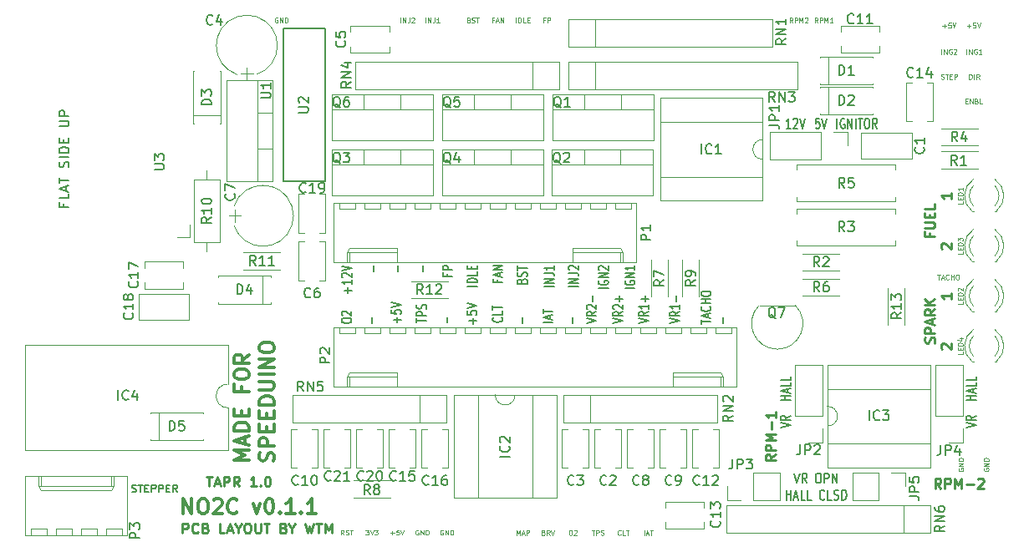
<source format=gto>
G04 #@! TF.FileFunction,Legend,Top*
%FSLAX46Y46*%
G04 Gerber Fmt 4.6, Leading zero omitted, Abs format (unit mm)*
G04 Created by KiCad (PCBNEW 4.0.5) date 04/26/17 22:05:06*
%MOMM*%
%LPD*%
G01*
G04 APERTURE LIST*
%ADD10C,0.100000*%
%ADD11C,0.150000*%
%ADD12C,0.187500*%
%ADD13C,0.125000*%
%ADD14C,0.250000*%
%ADD15C,0.300000*%
%ADD16C,0.200000*%
%ADD17C,0.120000*%
G04 APERTURE END LIST*
D10*
D11*
X96004071Y-83327309D02*
X96004071Y-83660643D01*
X96527881Y-83660643D02*
X95527881Y-83660643D01*
X95527881Y-83184452D01*
X96527881Y-82327309D02*
X96527881Y-82803500D01*
X95527881Y-82803500D01*
X96242167Y-82041595D02*
X96242167Y-81565404D01*
X96527881Y-82136833D02*
X95527881Y-81803500D01*
X96527881Y-81470166D01*
X95527881Y-81279690D02*
X95527881Y-80708261D01*
X96527881Y-80993976D02*
X95527881Y-80993976D01*
X96480262Y-79660642D02*
X96527881Y-79517785D01*
X96527881Y-79279689D01*
X96480262Y-79184451D01*
X96432643Y-79136832D01*
X96337405Y-79089213D01*
X96242167Y-79089213D01*
X96146929Y-79136832D01*
X96099310Y-79184451D01*
X96051690Y-79279689D01*
X96004071Y-79470166D01*
X95956452Y-79565404D01*
X95908833Y-79613023D01*
X95813595Y-79660642D01*
X95718357Y-79660642D01*
X95623119Y-79613023D01*
X95575500Y-79565404D01*
X95527881Y-79470166D01*
X95527881Y-79232070D01*
X95575500Y-79089213D01*
X96527881Y-78660642D02*
X95527881Y-78660642D01*
X96527881Y-78184452D02*
X95527881Y-78184452D01*
X95527881Y-77946357D01*
X95575500Y-77803499D01*
X95670738Y-77708261D01*
X95765976Y-77660642D01*
X95956452Y-77613023D01*
X96099310Y-77613023D01*
X96289786Y-77660642D01*
X96385024Y-77708261D01*
X96480262Y-77803499D01*
X96527881Y-77946357D01*
X96527881Y-78184452D01*
X96004071Y-77184452D02*
X96004071Y-76851118D01*
X96527881Y-76708261D02*
X96527881Y-77184452D01*
X95527881Y-77184452D01*
X95527881Y-76708261D01*
X95527881Y-75517785D02*
X96337405Y-75517785D01*
X96432643Y-75470166D01*
X96480262Y-75422547D01*
X96527881Y-75327309D01*
X96527881Y-75136832D01*
X96480262Y-75041594D01*
X96432643Y-74993975D01*
X96337405Y-74946356D01*
X95527881Y-74946356D01*
X96527881Y-74470166D02*
X95527881Y-74470166D01*
X95527881Y-74089213D01*
X95575500Y-73993975D01*
X95623119Y-73946356D01*
X95718357Y-73898737D01*
X95861214Y-73898737D01*
X95956452Y-73946356D01*
X96004071Y-73993975D01*
X96051690Y-74089213D01*
X96051690Y-74470166D01*
D12*
X162821929Y-95472914D02*
X162821929Y-94901485D01*
X160551881Y-95549428D02*
X160551881Y-95120857D01*
X161551881Y-95335143D02*
X160551881Y-95335143D01*
X161266167Y-94906571D02*
X161266167Y-94549428D01*
X161551881Y-94977999D02*
X160551881Y-94727999D01*
X161551881Y-94477999D01*
X161456643Y-93799428D02*
X161504262Y-93835142D01*
X161551881Y-93942285D01*
X161551881Y-94013714D01*
X161504262Y-94120857D01*
X161409024Y-94192285D01*
X161313786Y-94228000D01*
X161123310Y-94263714D01*
X160980452Y-94263714D01*
X160789976Y-94228000D01*
X160694738Y-94192285D01*
X160599500Y-94120857D01*
X160551881Y-94013714D01*
X160551881Y-93942285D01*
X160599500Y-93835142D01*
X160647119Y-93799428D01*
X161551881Y-93478000D02*
X160551881Y-93478000D01*
X161028071Y-93478000D02*
X161028071Y-93049428D01*
X161551881Y-93049428D02*
X160551881Y-93049428D01*
X160551881Y-92549428D02*
X160551881Y-92406571D01*
X160599500Y-92335143D01*
X160694738Y-92263714D01*
X160885214Y-92228000D01*
X161218548Y-92228000D01*
X161409024Y-92263714D01*
X161504262Y-92335143D01*
X161551881Y-92406571D01*
X161551881Y-92549428D01*
X161504262Y-92620857D01*
X161409024Y-92692286D01*
X161218548Y-92728000D01*
X160885214Y-92728000D01*
X160694738Y-92692286D01*
X160599500Y-92620857D01*
X160551881Y-92549428D01*
D13*
X184479548Y-90531190D02*
X184765262Y-90531190D01*
X184622405Y-91031190D02*
X184622405Y-90531190D01*
X184908119Y-90888333D02*
X185146214Y-90888333D01*
X184860500Y-91031190D02*
X185027167Y-90531190D01*
X185193833Y-91031190D01*
X185646214Y-90983571D02*
X185622404Y-91007381D01*
X185550976Y-91031190D01*
X185503357Y-91031190D01*
X185431928Y-91007381D01*
X185384309Y-90959762D01*
X185360500Y-90912143D01*
X185336690Y-90816905D01*
X185336690Y-90745476D01*
X185360500Y-90650238D01*
X185384309Y-90602619D01*
X185431928Y-90555000D01*
X185503357Y-90531190D01*
X185550976Y-90531190D01*
X185622404Y-90555000D01*
X185646214Y-90578810D01*
X185860500Y-91031190D02*
X185860500Y-90531190D01*
X185860500Y-90769286D02*
X186146214Y-90769286D01*
X186146214Y-91031190D02*
X186146214Y-90531190D01*
X186479548Y-90531190D02*
X186574786Y-90531190D01*
X186622405Y-90555000D01*
X186670024Y-90602619D01*
X186693833Y-90697857D01*
X186693833Y-90864524D01*
X186670024Y-90959762D01*
X186622405Y-91007381D01*
X186574786Y-91031190D01*
X186479548Y-91031190D01*
X186431929Y-91007381D01*
X186384310Y-90959762D01*
X186360500Y-90864524D01*
X186360500Y-90697857D01*
X186384310Y-90602619D01*
X186431929Y-90555000D01*
X186479548Y-90531190D01*
D12*
X174326800Y-75721781D02*
X174326800Y-74721781D01*
X175076801Y-74769400D02*
X175005372Y-74721781D01*
X174898229Y-74721781D01*
X174791086Y-74769400D01*
X174719658Y-74864638D01*
X174683943Y-74959876D01*
X174648229Y-75150352D01*
X174648229Y-75293210D01*
X174683943Y-75483686D01*
X174719658Y-75578924D01*
X174791086Y-75674162D01*
X174898229Y-75721781D01*
X174969658Y-75721781D01*
X175076801Y-75674162D01*
X175112515Y-75626543D01*
X175112515Y-75293210D01*
X174969658Y-75293210D01*
X175433943Y-75721781D02*
X175433943Y-74721781D01*
X175862515Y-75721781D01*
X175862515Y-74721781D01*
X176219657Y-75721781D02*
X176219657Y-74721781D01*
X176469658Y-74721781D02*
X176898229Y-74721781D01*
X176683943Y-75721781D02*
X176683943Y-74721781D01*
X177291087Y-74721781D02*
X177433944Y-74721781D01*
X177505372Y-74769400D01*
X177576801Y-74864638D01*
X177612515Y-75055114D01*
X177612515Y-75388448D01*
X177576801Y-75578924D01*
X177505372Y-75674162D01*
X177433944Y-75721781D01*
X177291087Y-75721781D01*
X177219658Y-75674162D01*
X177148229Y-75578924D01*
X177112515Y-75388448D01*
X177112515Y-75055114D01*
X177148229Y-74864638D01*
X177219658Y-74769400D01*
X177291087Y-74721781D01*
X178362515Y-75721781D02*
X178112515Y-75245590D01*
X177933943Y-75721781D02*
X177933943Y-74721781D01*
X178219658Y-74721781D01*
X178291086Y-74769400D01*
X178326801Y-74817019D01*
X178362515Y-74912257D01*
X178362515Y-75055114D01*
X178326801Y-75150352D01*
X178291086Y-75197971D01*
X178219658Y-75245590D01*
X177933943Y-75245590D01*
D13*
X117669047Y-64500000D02*
X117621428Y-64476190D01*
X117550000Y-64476190D01*
X117478571Y-64500000D01*
X117430952Y-64547619D01*
X117407143Y-64595238D01*
X117383333Y-64690476D01*
X117383333Y-64761905D01*
X117407143Y-64857143D01*
X117430952Y-64904762D01*
X117478571Y-64952381D01*
X117550000Y-64976190D01*
X117597619Y-64976190D01*
X117669047Y-64952381D01*
X117692857Y-64928571D01*
X117692857Y-64761905D01*
X117597619Y-64761905D01*
X117907143Y-64976190D02*
X117907143Y-64476190D01*
X118192857Y-64976190D01*
X118192857Y-64476190D01*
X118430953Y-64976190D02*
X118430953Y-64476190D01*
X118550000Y-64476190D01*
X118621429Y-64500000D01*
X118669048Y-64547619D01*
X118692857Y-64595238D01*
X118716667Y-64690476D01*
X118716667Y-64761905D01*
X118692857Y-64857143D01*
X118669048Y-64904762D01*
X118621429Y-64952381D01*
X118550000Y-64976190D01*
X118430953Y-64976190D01*
X189200000Y-110180953D02*
X189176190Y-110228572D01*
X189176190Y-110300000D01*
X189200000Y-110371429D01*
X189247619Y-110419048D01*
X189295238Y-110442857D01*
X189390476Y-110466667D01*
X189461905Y-110466667D01*
X189557143Y-110442857D01*
X189604762Y-110419048D01*
X189652381Y-110371429D01*
X189676190Y-110300000D01*
X189676190Y-110252381D01*
X189652381Y-110180953D01*
X189628571Y-110157143D01*
X189461905Y-110157143D01*
X189461905Y-110252381D01*
X189676190Y-109942857D02*
X189176190Y-109942857D01*
X189676190Y-109657143D01*
X189176190Y-109657143D01*
X189676190Y-109419047D02*
X189176190Y-109419047D01*
X189176190Y-109300000D01*
X189200000Y-109228571D01*
X189247619Y-109180952D01*
X189295238Y-109157143D01*
X189390476Y-109133333D01*
X189461905Y-109133333D01*
X189557143Y-109157143D01*
X189604762Y-109180952D01*
X189652381Y-109228571D01*
X189676190Y-109300000D01*
X189676190Y-109419047D01*
X186650000Y-110180953D02*
X186626190Y-110228572D01*
X186626190Y-110300000D01*
X186650000Y-110371429D01*
X186697619Y-110419048D01*
X186745238Y-110442857D01*
X186840476Y-110466667D01*
X186911905Y-110466667D01*
X187007143Y-110442857D01*
X187054762Y-110419048D01*
X187102381Y-110371429D01*
X187126190Y-110300000D01*
X187126190Y-110252381D01*
X187102381Y-110180953D01*
X187078571Y-110157143D01*
X186911905Y-110157143D01*
X186911905Y-110252381D01*
X187126190Y-109942857D02*
X186626190Y-109942857D01*
X187126190Y-109657143D01*
X186626190Y-109657143D01*
X187126190Y-109419047D02*
X186626190Y-109419047D01*
X186626190Y-109300000D01*
X186650000Y-109228571D01*
X186697619Y-109180952D01*
X186745238Y-109157143D01*
X186840476Y-109133333D01*
X186911905Y-109133333D01*
X187007143Y-109157143D01*
X187054762Y-109180952D01*
X187102381Y-109228571D01*
X187126190Y-109300000D01*
X187126190Y-109419047D01*
X134419047Y-116450000D02*
X134371428Y-116426190D01*
X134300000Y-116426190D01*
X134228571Y-116450000D01*
X134180952Y-116497619D01*
X134157143Y-116545238D01*
X134133333Y-116640476D01*
X134133333Y-116711905D01*
X134157143Y-116807143D01*
X134180952Y-116854762D01*
X134228571Y-116902381D01*
X134300000Y-116926190D01*
X134347619Y-116926190D01*
X134419047Y-116902381D01*
X134442857Y-116878571D01*
X134442857Y-116711905D01*
X134347619Y-116711905D01*
X134657143Y-116926190D02*
X134657143Y-116426190D01*
X134942857Y-116926190D01*
X134942857Y-116426190D01*
X135180953Y-116926190D02*
X135180953Y-116426190D01*
X135300000Y-116426190D01*
X135371429Y-116450000D01*
X135419048Y-116497619D01*
X135442857Y-116545238D01*
X135466667Y-116640476D01*
X135466667Y-116711905D01*
X135442857Y-116807143D01*
X135419048Y-116854762D01*
X135371429Y-116902381D01*
X135300000Y-116926190D01*
X135180953Y-116926190D01*
X131919047Y-116450000D02*
X131871428Y-116426190D01*
X131800000Y-116426190D01*
X131728571Y-116450000D01*
X131680952Y-116497619D01*
X131657143Y-116545238D01*
X131633333Y-116640476D01*
X131633333Y-116711905D01*
X131657143Y-116807143D01*
X131680952Y-116854762D01*
X131728571Y-116902381D01*
X131800000Y-116926190D01*
X131847619Y-116926190D01*
X131919047Y-116902381D01*
X131942857Y-116878571D01*
X131942857Y-116711905D01*
X131847619Y-116711905D01*
X132157143Y-116926190D02*
X132157143Y-116426190D01*
X132442857Y-116926190D01*
X132442857Y-116426190D01*
X132680953Y-116926190D02*
X132680953Y-116426190D01*
X132800000Y-116426190D01*
X132871429Y-116450000D01*
X132919048Y-116497619D01*
X132942857Y-116545238D01*
X132966667Y-116640476D01*
X132966667Y-116711905D01*
X132942857Y-116807143D01*
X132919048Y-116854762D01*
X132871429Y-116902381D01*
X132800000Y-116926190D01*
X132680953Y-116926190D01*
X126580954Y-116426190D02*
X126890477Y-116426190D01*
X126723811Y-116616667D01*
X126795239Y-116616667D01*
X126842858Y-116640476D01*
X126866668Y-116664286D01*
X126890477Y-116711905D01*
X126890477Y-116830952D01*
X126866668Y-116878571D01*
X126842858Y-116902381D01*
X126795239Y-116926190D01*
X126652382Y-116926190D01*
X126604763Y-116902381D01*
X126580954Y-116878571D01*
X127033334Y-116426190D02*
X127200001Y-116926190D01*
X127366667Y-116426190D01*
X127485715Y-116426190D02*
X127795238Y-116426190D01*
X127628572Y-116616667D01*
X127700000Y-116616667D01*
X127747619Y-116640476D01*
X127771429Y-116664286D01*
X127795238Y-116711905D01*
X127795238Y-116830952D01*
X127771429Y-116878571D01*
X127747619Y-116902381D01*
X127700000Y-116926190D01*
X127557143Y-116926190D01*
X127509524Y-116902381D01*
X127485715Y-116878571D01*
X124376191Y-116926190D02*
X124209524Y-116688095D01*
X124090477Y-116926190D02*
X124090477Y-116426190D01*
X124280953Y-116426190D01*
X124328572Y-116450000D01*
X124352381Y-116473810D01*
X124376191Y-116521429D01*
X124376191Y-116592857D01*
X124352381Y-116640476D01*
X124328572Y-116664286D01*
X124280953Y-116688095D01*
X124090477Y-116688095D01*
X124566667Y-116902381D02*
X124638096Y-116926190D01*
X124757143Y-116926190D01*
X124804762Y-116902381D01*
X124828572Y-116878571D01*
X124852381Y-116830952D01*
X124852381Y-116783333D01*
X124828572Y-116735714D01*
X124804762Y-116711905D01*
X124757143Y-116688095D01*
X124661905Y-116664286D01*
X124614286Y-116640476D01*
X124590477Y-116616667D01*
X124566667Y-116569048D01*
X124566667Y-116521429D01*
X124590477Y-116473810D01*
X124614286Y-116450000D01*
X124661905Y-116426190D01*
X124780953Y-116426190D01*
X124852381Y-116450000D01*
X124995238Y-116426190D02*
X125280952Y-116426190D01*
X125138095Y-116926190D02*
X125138095Y-116426190D01*
X129107144Y-116735714D02*
X129488096Y-116735714D01*
X129297620Y-116926190D02*
X129297620Y-116545238D01*
X129964287Y-116426190D02*
X129726192Y-116426190D01*
X129702382Y-116664286D01*
X129726192Y-116640476D01*
X129773811Y-116616667D01*
X129892858Y-116616667D01*
X129940477Y-116640476D01*
X129964287Y-116664286D01*
X129988096Y-116711905D01*
X129988096Y-116830952D01*
X129964287Y-116878571D01*
X129940477Y-116902381D01*
X129892858Y-116926190D01*
X129773811Y-116926190D01*
X129726192Y-116902381D01*
X129702382Y-116878571D01*
X130130953Y-116426190D02*
X130297620Y-116926190D01*
X130464286Y-116426190D01*
X185007144Y-65335714D02*
X185388096Y-65335714D01*
X185197620Y-65526190D02*
X185197620Y-65145238D01*
X185864287Y-65026190D02*
X185626192Y-65026190D01*
X185602382Y-65264286D01*
X185626192Y-65240476D01*
X185673811Y-65216667D01*
X185792858Y-65216667D01*
X185840477Y-65240476D01*
X185864287Y-65264286D01*
X185888096Y-65311905D01*
X185888096Y-65430952D01*
X185864287Y-65478571D01*
X185840477Y-65502381D01*
X185792858Y-65526190D01*
X185673811Y-65526190D01*
X185626192Y-65502381D01*
X185602382Y-65478571D01*
X186030953Y-65026190D02*
X186197620Y-65526190D01*
X186364286Y-65026190D01*
X187507144Y-65335714D02*
X187888096Y-65335714D01*
X187697620Y-65526190D02*
X187697620Y-65145238D01*
X188364287Y-65026190D02*
X188126192Y-65026190D01*
X188102382Y-65264286D01*
X188126192Y-65240476D01*
X188173811Y-65216667D01*
X188292858Y-65216667D01*
X188340477Y-65240476D01*
X188364287Y-65264286D01*
X188388096Y-65311905D01*
X188388096Y-65430952D01*
X188364287Y-65478571D01*
X188340477Y-65502381D01*
X188292858Y-65526190D01*
X188173811Y-65526190D01*
X188126192Y-65502381D01*
X188102382Y-65478571D01*
X188530953Y-65026190D02*
X188697620Y-65526190D01*
X188864286Y-65026190D01*
X187328572Y-72964286D02*
X187495238Y-72964286D01*
X187566667Y-73226190D02*
X187328572Y-73226190D01*
X187328572Y-72726190D01*
X187566667Y-72726190D01*
X187780953Y-73226190D02*
X187780953Y-72726190D01*
X188066667Y-73226190D01*
X188066667Y-72726190D01*
X188471429Y-72964286D02*
X188542858Y-72988095D01*
X188566667Y-73011905D01*
X188590477Y-73059524D01*
X188590477Y-73130952D01*
X188566667Y-73178571D01*
X188542858Y-73202381D01*
X188495239Y-73226190D01*
X188304763Y-73226190D01*
X188304763Y-72726190D01*
X188471429Y-72726190D01*
X188519048Y-72750000D01*
X188542858Y-72773810D01*
X188566667Y-72821429D01*
X188566667Y-72869048D01*
X188542858Y-72916667D01*
X188519048Y-72940476D01*
X188471429Y-72964286D01*
X188304763Y-72964286D01*
X189042858Y-73226190D02*
X188804763Y-73226190D01*
X188804763Y-72726190D01*
D14*
X110458238Y-111021881D02*
X111029667Y-111021881D01*
X110743952Y-112021881D02*
X110743952Y-111021881D01*
X111315381Y-111736167D02*
X111791572Y-111736167D01*
X111220143Y-112021881D02*
X111553476Y-111021881D01*
X111886810Y-112021881D01*
X112220143Y-112021881D02*
X112220143Y-111021881D01*
X112601096Y-111021881D01*
X112696334Y-111069500D01*
X112743953Y-111117119D01*
X112791572Y-111212357D01*
X112791572Y-111355214D01*
X112743953Y-111450452D01*
X112696334Y-111498071D01*
X112601096Y-111545690D01*
X112220143Y-111545690D01*
X113791572Y-112021881D02*
X113458238Y-111545690D01*
X113220143Y-112021881D02*
X113220143Y-111021881D01*
X113601096Y-111021881D01*
X113696334Y-111069500D01*
X113743953Y-111117119D01*
X113791572Y-111212357D01*
X113791572Y-111355214D01*
X113743953Y-111450452D01*
X113696334Y-111498071D01*
X113601096Y-111545690D01*
X113220143Y-111545690D01*
X115505858Y-112021881D02*
X114934429Y-112021881D01*
X115220143Y-112021881D02*
X115220143Y-111021881D01*
X115124905Y-111164738D01*
X115029667Y-111259976D01*
X114934429Y-111307595D01*
X115934429Y-111926643D02*
X115982048Y-111974262D01*
X115934429Y-112021881D01*
X115886810Y-111974262D01*
X115934429Y-111926643D01*
X115934429Y-112021881D01*
X116601095Y-111021881D02*
X116696334Y-111021881D01*
X116791572Y-111069500D01*
X116839191Y-111117119D01*
X116886810Y-111212357D01*
X116934429Y-111402833D01*
X116934429Y-111640929D01*
X116886810Y-111831405D01*
X116839191Y-111926643D01*
X116791572Y-111974262D01*
X116696334Y-112021881D01*
X116601095Y-112021881D01*
X116505857Y-111974262D01*
X116458238Y-111926643D01*
X116410619Y-111831405D01*
X116363000Y-111640929D01*
X116363000Y-111402833D01*
X116410619Y-111212357D01*
X116458238Y-111117119D01*
X116505857Y-111069500D01*
X116601095Y-111021881D01*
D13*
X187714001Y-70711190D02*
X187714001Y-70211190D01*
X187833048Y-70211190D01*
X187904477Y-70235000D01*
X187952096Y-70282619D01*
X187975905Y-70330238D01*
X187999715Y-70425476D01*
X187999715Y-70496905D01*
X187975905Y-70592143D01*
X187952096Y-70639762D01*
X187904477Y-70687381D01*
X187833048Y-70711190D01*
X187714001Y-70711190D01*
X188214001Y-70711190D02*
X188214001Y-70211190D01*
X188737810Y-70711190D02*
X188571143Y-70473095D01*
X188452096Y-70711190D02*
X188452096Y-70211190D01*
X188642572Y-70211190D01*
X188690191Y-70235000D01*
X188714000Y-70258810D01*
X188737810Y-70306429D01*
X188737810Y-70377857D01*
X188714000Y-70425476D01*
X188690191Y-70449286D01*
X188642572Y-70473095D01*
X188452096Y-70473095D01*
X184864477Y-70687381D02*
X184935906Y-70711190D01*
X185054953Y-70711190D01*
X185102572Y-70687381D01*
X185126382Y-70663571D01*
X185150191Y-70615952D01*
X185150191Y-70568333D01*
X185126382Y-70520714D01*
X185102572Y-70496905D01*
X185054953Y-70473095D01*
X184959715Y-70449286D01*
X184912096Y-70425476D01*
X184888287Y-70401667D01*
X184864477Y-70354048D01*
X184864477Y-70306429D01*
X184888287Y-70258810D01*
X184912096Y-70235000D01*
X184959715Y-70211190D01*
X185078763Y-70211190D01*
X185150191Y-70235000D01*
X185293048Y-70211190D02*
X185578762Y-70211190D01*
X185435905Y-70711190D02*
X185435905Y-70211190D01*
X185745429Y-70449286D02*
X185912095Y-70449286D01*
X185983524Y-70711190D02*
X185745429Y-70711190D01*
X185745429Y-70211190D01*
X185983524Y-70211190D01*
X186197810Y-70711190D02*
X186197810Y-70211190D01*
X186388286Y-70211190D01*
X186435905Y-70235000D01*
X186459714Y-70258810D01*
X186483524Y-70306429D01*
X186483524Y-70377857D01*
X186459714Y-70425476D01*
X186435905Y-70449286D01*
X186388286Y-70473095D01*
X186197810Y-70473095D01*
D12*
X102915929Y-112571571D02*
X103023072Y-112607286D01*
X103201643Y-112607286D01*
X103273072Y-112571571D01*
X103308786Y-112535857D01*
X103344501Y-112464429D01*
X103344501Y-112393000D01*
X103308786Y-112321571D01*
X103273072Y-112285857D01*
X103201643Y-112250143D01*
X103058786Y-112214429D01*
X102987358Y-112178714D01*
X102951643Y-112143000D01*
X102915929Y-112071571D01*
X102915929Y-112000143D01*
X102951643Y-111928714D01*
X102987358Y-111893000D01*
X103058786Y-111857286D01*
X103237358Y-111857286D01*
X103344501Y-111893000D01*
X103558787Y-111857286D02*
X103987358Y-111857286D01*
X103773072Y-112607286D02*
X103773072Y-111857286D01*
X104237358Y-112214429D02*
X104487358Y-112214429D01*
X104594501Y-112607286D02*
X104237358Y-112607286D01*
X104237358Y-111857286D01*
X104594501Y-111857286D01*
X104915929Y-112607286D02*
X104915929Y-111857286D01*
X105201644Y-111857286D01*
X105273072Y-111893000D01*
X105308787Y-111928714D01*
X105344501Y-112000143D01*
X105344501Y-112107286D01*
X105308787Y-112178714D01*
X105273072Y-112214429D01*
X105201644Y-112250143D01*
X104915929Y-112250143D01*
X105665929Y-112607286D02*
X105665929Y-111857286D01*
X105951644Y-111857286D01*
X106023072Y-111893000D01*
X106058787Y-111928714D01*
X106094501Y-112000143D01*
X106094501Y-112107286D01*
X106058787Y-112178714D01*
X106023072Y-112214429D01*
X105951644Y-112250143D01*
X105665929Y-112250143D01*
X106415929Y-112214429D02*
X106665929Y-112214429D01*
X106773072Y-112607286D02*
X106415929Y-112607286D01*
X106415929Y-111857286D01*
X106773072Y-111857286D01*
X107523072Y-112607286D02*
X107273072Y-112250143D01*
X107094500Y-112607286D02*
X107094500Y-111857286D01*
X107380215Y-111857286D01*
X107451643Y-111893000D01*
X107487358Y-111928714D01*
X107523072Y-112000143D01*
X107523072Y-112107286D01*
X107487358Y-112178714D01*
X107451643Y-112214429D01*
X107380215Y-112250143D01*
X107094500Y-112250143D01*
D13*
X169814953Y-64996190D02*
X169648286Y-64758095D01*
X169529239Y-64996190D02*
X169529239Y-64496190D01*
X169719715Y-64496190D01*
X169767334Y-64520000D01*
X169791143Y-64543810D01*
X169814953Y-64591429D01*
X169814953Y-64662857D01*
X169791143Y-64710476D01*
X169767334Y-64734286D01*
X169719715Y-64758095D01*
X169529239Y-64758095D01*
X170029239Y-64996190D02*
X170029239Y-64496190D01*
X170219715Y-64496190D01*
X170267334Y-64520000D01*
X170291143Y-64543810D01*
X170314953Y-64591429D01*
X170314953Y-64662857D01*
X170291143Y-64710476D01*
X170267334Y-64734286D01*
X170219715Y-64758095D01*
X170029239Y-64758095D01*
X170529239Y-64996190D02*
X170529239Y-64496190D01*
X170695905Y-64853333D01*
X170862572Y-64496190D01*
X170862572Y-64996190D01*
X171076858Y-64543810D02*
X171100668Y-64520000D01*
X171148287Y-64496190D01*
X171267334Y-64496190D01*
X171314953Y-64520000D01*
X171338763Y-64543810D01*
X171362572Y-64591429D01*
X171362572Y-64639048D01*
X171338763Y-64710476D01*
X171053049Y-64996190D01*
X171362572Y-64996190D01*
X172354953Y-64996190D02*
X172188286Y-64758095D01*
X172069239Y-64996190D02*
X172069239Y-64496190D01*
X172259715Y-64496190D01*
X172307334Y-64520000D01*
X172331143Y-64543810D01*
X172354953Y-64591429D01*
X172354953Y-64662857D01*
X172331143Y-64710476D01*
X172307334Y-64734286D01*
X172259715Y-64758095D01*
X172069239Y-64758095D01*
X172569239Y-64996190D02*
X172569239Y-64496190D01*
X172759715Y-64496190D01*
X172807334Y-64520000D01*
X172831143Y-64543810D01*
X172854953Y-64591429D01*
X172854953Y-64662857D01*
X172831143Y-64710476D01*
X172807334Y-64734286D01*
X172759715Y-64758095D01*
X172569239Y-64758095D01*
X173069239Y-64996190D02*
X173069239Y-64496190D01*
X173235905Y-64853333D01*
X173402572Y-64496190D01*
X173402572Y-64996190D01*
X173902572Y-64996190D02*
X173616858Y-64996190D01*
X173759715Y-64996190D02*
X173759715Y-64496190D01*
X173712096Y-64567619D01*
X173664477Y-64615238D01*
X173616858Y-64639048D01*
D12*
X172557143Y-74721781D02*
X172200000Y-74721781D01*
X172164286Y-75197971D01*
X172200000Y-75150352D01*
X172271429Y-75102733D01*
X172450000Y-75102733D01*
X172521429Y-75150352D01*
X172557143Y-75197971D01*
X172592858Y-75293210D01*
X172592858Y-75531305D01*
X172557143Y-75626543D01*
X172521429Y-75674162D01*
X172450000Y-75721781D01*
X172271429Y-75721781D01*
X172200000Y-75674162D01*
X172164286Y-75626543D01*
X172807144Y-74721781D02*
X173057144Y-75721781D01*
X173307144Y-74721781D01*
X169614115Y-75721781D02*
X169185543Y-75721781D01*
X169399829Y-75721781D02*
X169399829Y-74721781D01*
X169328400Y-74864638D01*
X169256972Y-74959876D01*
X169185543Y-75007495D01*
X169899829Y-74817019D02*
X169935543Y-74769400D01*
X170006972Y-74721781D01*
X170185543Y-74721781D01*
X170256972Y-74769400D01*
X170292686Y-74817019D01*
X170328401Y-74912257D01*
X170328401Y-75007495D01*
X170292686Y-75150352D01*
X169864115Y-75721781D01*
X170328401Y-75721781D01*
X170542687Y-74721781D02*
X170792687Y-75721781D01*
X171042687Y-74721781D01*
X145552381Y-95357143D02*
X144552381Y-95357143D01*
X145266667Y-95035714D02*
X145266667Y-94678571D01*
X145552381Y-95107142D02*
X144552381Y-94857142D01*
X145552381Y-94607142D01*
X144552381Y-94464285D02*
X144552381Y-94035714D01*
X145552381Y-94250000D02*
X144552381Y-94250000D01*
X140357143Y-94907143D02*
X140404762Y-94942857D01*
X140452381Y-95050000D01*
X140452381Y-95121429D01*
X140404762Y-95228572D01*
X140309524Y-95300000D01*
X140214286Y-95335715D01*
X140023810Y-95371429D01*
X139880952Y-95371429D01*
X139690476Y-95335715D01*
X139595238Y-95300000D01*
X139500000Y-95228572D01*
X139452381Y-95121429D01*
X139452381Y-95050000D01*
X139500000Y-94942857D01*
X139547619Y-94907143D01*
X140452381Y-94228572D02*
X140452381Y-94585715D01*
X139452381Y-94585715D01*
X139452381Y-94085714D02*
X139452381Y-93657143D01*
X140452381Y-93871429D02*
X139452381Y-93871429D01*
X124152381Y-95278571D02*
X124152381Y-95135714D01*
X124200000Y-95064286D01*
X124295238Y-94992857D01*
X124485714Y-94957143D01*
X124819048Y-94957143D01*
X125009524Y-94992857D01*
X125104762Y-95064286D01*
X125152381Y-95135714D01*
X125152381Y-95278571D01*
X125104762Y-95350000D01*
X125009524Y-95421429D01*
X124819048Y-95457143D01*
X124485714Y-95457143D01*
X124295238Y-95421429D01*
X124200000Y-95350000D01*
X124152381Y-95278571D01*
X124247619Y-94671429D02*
X124200000Y-94635715D01*
X124152381Y-94564286D01*
X124152381Y-94385715D01*
X124200000Y-94314286D01*
X124247619Y-94278572D01*
X124342857Y-94242857D01*
X124438095Y-94242857D01*
X124580952Y-94278572D01*
X125152381Y-94707143D01*
X125152381Y-94242857D01*
X131752381Y-95396428D02*
X131752381Y-94967857D01*
X132752381Y-95182143D02*
X131752381Y-95182143D01*
X132752381Y-94717857D02*
X131752381Y-94717857D01*
X131752381Y-94432142D01*
X131800000Y-94360714D01*
X131847619Y-94324999D01*
X131942857Y-94289285D01*
X132085714Y-94289285D01*
X132180952Y-94324999D01*
X132228571Y-94360714D01*
X132276190Y-94432142D01*
X132276190Y-94717857D01*
X132704762Y-94003571D02*
X132752381Y-93896428D01*
X132752381Y-93717857D01*
X132704762Y-93646428D01*
X132657143Y-93610714D01*
X132561905Y-93574999D01*
X132466667Y-93574999D01*
X132371429Y-93610714D01*
X132323810Y-93646428D01*
X132276190Y-93717857D01*
X132228571Y-93860714D01*
X132180952Y-93932142D01*
X132133333Y-93967857D01*
X132038095Y-94003571D01*
X131942857Y-94003571D01*
X131847619Y-93967857D01*
X131800000Y-93932142D01*
X131752381Y-93860714D01*
X131752381Y-93682142D01*
X131800000Y-93574999D01*
X129789229Y-95414286D02*
X129789229Y-94842857D01*
X130170181Y-95128571D02*
X129408276Y-95128571D01*
X129170181Y-94128572D02*
X129170181Y-94485715D01*
X129646371Y-94521429D01*
X129598752Y-94485715D01*
X129551133Y-94414286D01*
X129551133Y-94235715D01*
X129598752Y-94164286D01*
X129646371Y-94128572D01*
X129741610Y-94092857D01*
X129979705Y-94092857D01*
X130074943Y-94128572D01*
X130122562Y-94164286D01*
X130170181Y-94235715D01*
X130170181Y-94414286D01*
X130122562Y-94485715D01*
X130074943Y-94521429D01*
X129170181Y-93878571D02*
X130170181Y-93628571D01*
X129170181Y-93378571D01*
X137471429Y-95514286D02*
X137471429Y-94942857D01*
X137852381Y-95228571D02*
X137090476Y-95228571D01*
X136852381Y-94228572D02*
X136852381Y-94585715D01*
X137328571Y-94621429D01*
X137280952Y-94585715D01*
X137233333Y-94514286D01*
X137233333Y-94335715D01*
X137280952Y-94264286D01*
X137328571Y-94228572D01*
X137423810Y-94192857D01*
X137661905Y-94192857D01*
X137757143Y-94228572D01*
X137804762Y-94264286D01*
X137852381Y-94335715D01*
X137852381Y-94514286D01*
X137804762Y-94585715D01*
X137757143Y-94621429D01*
X136852381Y-93978571D02*
X137852381Y-93728571D01*
X136852381Y-93478571D01*
X127249229Y-95435714D02*
X127249229Y-94864285D01*
X134881929Y-95408714D02*
X134881929Y-94837285D01*
X142489229Y-95472914D02*
X142489229Y-94901485D01*
X147569229Y-95472914D02*
X147569229Y-94901485D01*
X148952381Y-95496428D02*
X149952381Y-95246428D01*
X148952381Y-94996428D01*
X149952381Y-94317857D02*
X149476190Y-94567857D01*
X149952381Y-94746429D02*
X148952381Y-94746429D01*
X148952381Y-94460714D01*
X149000000Y-94389286D01*
X149047619Y-94353571D01*
X149142857Y-94317857D01*
X149285714Y-94317857D01*
X149380952Y-94353571D01*
X149428571Y-94389286D01*
X149476190Y-94460714D01*
X149476190Y-94746429D01*
X149047619Y-94032143D02*
X149000000Y-93996429D01*
X148952381Y-93925000D01*
X148952381Y-93746429D01*
X149000000Y-93675000D01*
X149047619Y-93639286D01*
X149142857Y-93603571D01*
X149238095Y-93603571D01*
X149380952Y-93639286D01*
X149952381Y-94067857D01*
X149952381Y-93603571D01*
X149571429Y-93282143D02*
X149571429Y-92710714D01*
X151652381Y-95496428D02*
X152652381Y-95246428D01*
X151652381Y-94996428D01*
X152652381Y-94317857D02*
X152176190Y-94567857D01*
X152652381Y-94746429D02*
X151652381Y-94746429D01*
X151652381Y-94460714D01*
X151700000Y-94389286D01*
X151747619Y-94353571D01*
X151842857Y-94317857D01*
X151985714Y-94317857D01*
X152080952Y-94353571D01*
X152128571Y-94389286D01*
X152176190Y-94460714D01*
X152176190Y-94746429D01*
X151747619Y-94032143D02*
X151700000Y-93996429D01*
X151652381Y-93925000D01*
X151652381Y-93746429D01*
X151700000Y-93675000D01*
X151747619Y-93639286D01*
X151842857Y-93603571D01*
X151938095Y-93603571D01*
X152080952Y-93639286D01*
X152652381Y-94067857D01*
X152652381Y-93603571D01*
X152271429Y-93282143D02*
X152271429Y-92710714D01*
X152652381Y-92996428D02*
X151890476Y-92996428D01*
X154252381Y-95496428D02*
X155252381Y-95246428D01*
X154252381Y-94996428D01*
X155252381Y-94317857D02*
X154776190Y-94567857D01*
X155252381Y-94746429D02*
X154252381Y-94746429D01*
X154252381Y-94460714D01*
X154300000Y-94389286D01*
X154347619Y-94353571D01*
X154442857Y-94317857D01*
X154585714Y-94317857D01*
X154680952Y-94353571D01*
X154728571Y-94389286D01*
X154776190Y-94460714D01*
X154776190Y-94746429D01*
X155252381Y-93603571D02*
X155252381Y-94032143D01*
X155252381Y-93817857D02*
X154252381Y-93817857D01*
X154395238Y-93889286D01*
X154490476Y-93960714D01*
X154538095Y-94032143D01*
X154871429Y-93282143D02*
X154871429Y-92710714D01*
X155252381Y-92996428D02*
X154490476Y-92996428D01*
X157402381Y-95496428D02*
X158402381Y-95246428D01*
X157402381Y-94996428D01*
X158402381Y-94317857D02*
X157926190Y-94567857D01*
X158402381Y-94746429D02*
X157402381Y-94746429D01*
X157402381Y-94460714D01*
X157450000Y-94389286D01*
X157497619Y-94353571D01*
X157592857Y-94317857D01*
X157735714Y-94317857D01*
X157830952Y-94353571D01*
X157878571Y-94389286D01*
X157926190Y-94460714D01*
X157926190Y-94746429D01*
X158402381Y-93603571D02*
X158402381Y-94032143D01*
X158402381Y-93817857D02*
X157402381Y-93817857D01*
X157545238Y-93889286D01*
X157640476Y-93960714D01*
X157688095Y-94032143D01*
X158021429Y-93282143D02*
X158021429Y-92710714D01*
X153852381Y-91925000D02*
X152852381Y-91925000D01*
X152900000Y-91174999D02*
X152852381Y-91246428D01*
X152852381Y-91353571D01*
X152900000Y-91460714D01*
X152995238Y-91532142D01*
X153090476Y-91567857D01*
X153280952Y-91603571D01*
X153423810Y-91603571D01*
X153614286Y-91567857D01*
X153709524Y-91532142D01*
X153804762Y-91460714D01*
X153852381Y-91353571D01*
X153852381Y-91282142D01*
X153804762Y-91174999D01*
X153757143Y-91139285D01*
X153423810Y-91139285D01*
X153423810Y-91282142D01*
X153852381Y-90817857D02*
X152852381Y-90817857D01*
X153852381Y-90389285D01*
X152852381Y-90389285D01*
X153852381Y-89639285D02*
X153852381Y-90067857D01*
X153852381Y-89853571D02*
X152852381Y-89853571D01*
X152995238Y-89925000D01*
X153090476Y-89996428D01*
X153138095Y-90067857D01*
X151152381Y-91925000D02*
X150152381Y-91925000D01*
X150200000Y-91174999D02*
X150152381Y-91246428D01*
X150152381Y-91353571D01*
X150200000Y-91460714D01*
X150295238Y-91532142D01*
X150390476Y-91567857D01*
X150580952Y-91603571D01*
X150723810Y-91603571D01*
X150914286Y-91567857D01*
X151009524Y-91532142D01*
X151104762Y-91460714D01*
X151152381Y-91353571D01*
X151152381Y-91282142D01*
X151104762Y-91174999D01*
X151057143Y-91139285D01*
X150723810Y-91139285D01*
X150723810Y-91282142D01*
X151152381Y-90817857D02*
X150152381Y-90817857D01*
X151152381Y-90389285D01*
X150152381Y-90389285D01*
X150247619Y-90067857D02*
X150200000Y-90032143D01*
X150152381Y-89960714D01*
X150152381Y-89782143D01*
X150200000Y-89710714D01*
X150247619Y-89675000D01*
X150342857Y-89639285D01*
X150438095Y-89639285D01*
X150580952Y-89675000D01*
X151152381Y-90103571D01*
X151152381Y-89639285D01*
X148152381Y-91735715D02*
X147152381Y-91735715D01*
X148152381Y-91378572D02*
X147152381Y-91378572D01*
X148152381Y-90950000D01*
X147152381Y-90950000D01*
X147152381Y-90378572D02*
X147866667Y-90378572D01*
X148009524Y-90414286D01*
X148104762Y-90485715D01*
X148152381Y-90592858D01*
X148152381Y-90664286D01*
X147247619Y-90057143D02*
X147200000Y-90021429D01*
X147152381Y-89950000D01*
X147152381Y-89771429D01*
X147200000Y-89700000D01*
X147247619Y-89664286D01*
X147342857Y-89628571D01*
X147438095Y-89628571D01*
X147580952Y-89664286D01*
X148152381Y-90092857D01*
X148152381Y-89628571D01*
X145652381Y-91735715D02*
X144652381Y-91735715D01*
X145652381Y-91378572D02*
X144652381Y-91378572D01*
X145652381Y-90950000D01*
X144652381Y-90950000D01*
X144652381Y-90378572D02*
X145366667Y-90378572D01*
X145509524Y-90414286D01*
X145604762Y-90485715D01*
X145652381Y-90592858D01*
X145652381Y-90664286D01*
X145652381Y-89628571D02*
X145652381Y-90057143D01*
X145652381Y-89842857D02*
X144652381Y-89842857D01*
X144795238Y-89914286D01*
X144890476Y-89985714D01*
X144938095Y-90057143D01*
X142422571Y-91203786D02*
X142470190Y-91096643D01*
X142517810Y-91060928D01*
X142613048Y-91025214D01*
X142755905Y-91025214D01*
X142851143Y-91060928D01*
X142898762Y-91096643D01*
X142946381Y-91168071D01*
X142946381Y-91453786D01*
X141946381Y-91453786D01*
X141946381Y-91203786D01*
X141994000Y-91132357D01*
X142041619Y-91096643D01*
X142136857Y-91060928D01*
X142232095Y-91060928D01*
X142327333Y-91096643D01*
X142374952Y-91132357D01*
X142422571Y-91203786D01*
X142422571Y-91453786D01*
X142898762Y-90739500D02*
X142946381Y-90632357D01*
X142946381Y-90453786D01*
X142898762Y-90382357D01*
X142851143Y-90346643D01*
X142755905Y-90310928D01*
X142660667Y-90310928D01*
X142565429Y-90346643D01*
X142517810Y-90382357D01*
X142470190Y-90453786D01*
X142422571Y-90596643D01*
X142374952Y-90668071D01*
X142327333Y-90703786D01*
X142232095Y-90739500D01*
X142136857Y-90739500D01*
X142041619Y-90703786D01*
X141994000Y-90668071D01*
X141946381Y-90596643D01*
X141946381Y-90418071D01*
X141994000Y-90310928D01*
X141946381Y-90096642D02*
X141946381Y-89668071D01*
X142946381Y-89882357D02*
X141946381Y-89882357D01*
X139946071Y-91094643D02*
X139946071Y-91344643D01*
X140469881Y-91344643D02*
X139469881Y-91344643D01*
X139469881Y-90987500D01*
X140184167Y-90737500D02*
X140184167Y-90380357D01*
X140469881Y-90808928D02*
X139469881Y-90558928D01*
X140469881Y-90308928D01*
X140469881Y-90058929D02*
X139469881Y-90058929D01*
X140469881Y-89630357D01*
X139469881Y-89630357D01*
X137866381Y-91717857D02*
X136866381Y-91717857D01*
X137866381Y-91360714D02*
X136866381Y-91360714D01*
X136866381Y-91182142D01*
X136914000Y-91074999D01*
X137009238Y-91003571D01*
X137104476Y-90967856D01*
X137294952Y-90932142D01*
X137437810Y-90932142D01*
X137628286Y-90967856D01*
X137723524Y-91003571D01*
X137818762Y-91074999D01*
X137866381Y-91182142D01*
X137866381Y-91360714D01*
X137866381Y-90253571D02*
X137866381Y-90610714D01*
X136866381Y-90610714D01*
X137342571Y-90003571D02*
X137342571Y-89753571D01*
X137866381Y-89646428D02*
X137866381Y-90003571D01*
X136866381Y-90003571D01*
X136866381Y-89646428D01*
X134866071Y-90437857D02*
X134866071Y-90687857D01*
X135389881Y-90687857D02*
X134389881Y-90687857D01*
X134389881Y-90330714D01*
X135389881Y-90045000D02*
X134389881Y-90045000D01*
X134389881Y-89759285D01*
X134437500Y-89687857D01*
X134485119Y-89652142D01*
X134580357Y-89616428D01*
X134723214Y-89616428D01*
X134818452Y-89652142D01*
X134866071Y-89687857D01*
X134913690Y-89759285D01*
X134913690Y-90045000D01*
X132371429Y-90185714D02*
X132371429Y-89614285D01*
X129865429Y-90185714D02*
X129865429Y-89614285D01*
X127371429Y-90185714D02*
X127371429Y-89614285D01*
X124785429Y-92421429D02*
X124785429Y-91850000D01*
X125166381Y-92135714D02*
X124404476Y-92135714D01*
X125166381Y-91100000D02*
X125166381Y-91528572D01*
X125166381Y-91314286D02*
X124166381Y-91314286D01*
X124309238Y-91385715D01*
X124404476Y-91457143D01*
X124452095Y-91528572D01*
X124261619Y-90814286D02*
X124214000Y-90778572D01*
X124166381Y-90707143D01*
X124166381Y-90528572D01*
X124214000Y-90457143D01*
X124261619Y-90421429D01*
X124356857Y-90385714D01*
X124452095Y-90385714D01*
X124594952Y-90421429D01*
X125166381Y-90850000D01*
X125166381Y-90385714D01*
X124166381Y-90171428D02*
X125166381Y-89921428D01*
X124166381Y-89671428D01*
D13*
X139549238Y-64734286D02*
X139382572Y-64734286D01*
X139382572Y-64996190D02*
X139382572Y-64496190D01*
X139620667Y-64496190D01*
X139787333Y-64853333D02*
X140025428Y-64853333D01*
X139739714Y-64996190D02*
X139906381Y-64496190D01*
X140073047Y-64996190D01*
X140239714Y-64996190D02*
X140239714Y-64496190D01*
X140525428Y-64996190D01*
X140525428Y-64496190D01*
X137021143Y-64734286D02*
X137092572Y-64758095D01*
X137116381Y-64781905D01*
X137140191Y-64829524D01*
X137140191Y-64900952D01*
X137116381Y-64948571D01*
X137092572Y-64972381D01*
X137044953Y-64996190D01*
X136854477Y-64996190D01*
X136854477Y-64496190D01*
X137021143Y-64496190D01*
X137068762Y-64520000D01*
X137092572Y-64543810D01*
X137116381Y-64591429D01*
X137116381Y-64639048D01*
X137092572Y-64686667D01*
X137068762Y-64710476D01*
X137021143Y-64734286D01*
X136854477Y-64734286D01*
X137330667Y-64972381D02*
X137402096Y-64996190D01*
X137521143Y-64996190D01*
X137568762Y-64972381D01*
X137592572Y-64948571D01*
X137616381Y-64900952D01*
X137616381Y-64853333D01*
X137592572Y-64805714D01*
X137568762Y-64781905D01*
X137521143Y-64758095D01*
X137425905Y-64734286D01*
X137378286Y-64710476D01*
X137354477Y-64686667D01*
X137330667Y-64639048D01*
X137330667Y-64591429D01*
X137354477Y-64543810D01*
X137378286Y-64520000D01*
X137425905Y-64496190D01*
X137544953Y-64496190D01*
X137616381Y-64520000D01*
X137759238Y-64496190D02*
X138044952Y-64496190D01*
X137902095Y-64996190D02*
X137902095Y-64496190D01*
X141815429Y-64996190D02*
X141815429Y-64496190D01*
X142053524Y-64996190D02*
X142053524Y-64496190D01*
X142172571Y-64496190D01*
X142244000Y-64520000D01*
X142291619Y-64567619D01*
X142315428Y-64615238D01*
X142339238Y-64710476D01*
X142339238Y-64781905D01*
X142315428Y-64877143D01*
X142291619Y-64924762D01*
X142244000Y-64972381D01*
X142172571Y-64996190D01*
X142053524Y-64996190D01*
X142791619Y-64996190D02*
X142553524Y-64996190D01*
X142553524Y-64496190D01*
X142958286Y-64734286D02*
X143124952Y-64734286D01*
X143196381Y-64996190D02*
X142958286Y-64996190D01*
X142958286Y-64496190D01*
X143196381Y-64496190D01*
X144728429Y-64734286D02*
X144561763Y-64734286D01*
X144561763Y-64996190D02*
X144561763Y-64496190D01*
X144799858Y-64496190D01*
X144990334Y-64996190D02*
X144990334Y-64496190D01*
X145180810Y-64496190D01*
X145228429Y-64520000D01*
X145252238Y-64543810D01*
X145276048Y-64591429D01*
X145276048Y-64662857D01*
X145252238Y-64710476D01*
X145228429Y-64734286D01*
X145180810Y-64758095D01*
X144990334Y-64758095D01*
X154789239Y-116939190D02*
X154789239Y-116439190D01*
X155003524Y-116796333D02*
X155241619Y-116796333D01*
X154955905Y-116939190D02*
X155122572Y-116439190D01*
X155289238Y-116939190D01*
X155384476Y-116439190D02*
X155670190Y-116439190D01*
X155527333Y-116939190D02*
X155527333Y-116439190D01*
X152415905Y-116891571D02*
X152392095Y-116915381D01*
X152320667Y-116939190D01*
X152273048Y-116939190D01*
X152201619Y-116915381D01*
X152154000Y-116867762D01*
X152130191Y-116820143D01*
X152106381Y-116724905D01*
X152106381Y-116653476D01*
X152130191Y-116558238D01*
X152154000Y-116510619D01*
X152201619Y-116463000D01*
X152273048Y-116439190D01*
X152320667Y-116439190D01*
X152392095Y-116463000D01*
X152415905Y-116486810D01*
X152868286Y-116939190D02*
X152630191Y-116939190D01*
X152630191Y-116439190D01*
X152963524Y-116439190D02*
X153249238Y-116439190D01*
X153106381Y-116939190D02*
X153106381Y-116439190D01*
X149483048Y-116439190D02*
X149768762Y-116439190D01*
X149625905Y-116939190D02*
X149625905Y-116439190D01*
X149935429Y-116939190D02*
X149935429Y-116439190D01*
X150125905Y-116439190D01*
X150173524Y-116463000D01*
X150197333Y-116486810D01*
X150221143Y-116534429D01*
X150221143Y-116605857D01*
X150197333Y-116653476D01*
X150173524Y-116677286D01*
X150125905Y-116701095D01*
X149935429Y-116701095D01*
X150411619Y-116915381D02*
X150483048Y-116939190D01*
X150602095Y-116939190D01*
X150649714Y-116915381D01*
X150673524Y-116891571D01*
X150697333Y-116843952D01*
X150697333Y-116796333D01*
X150673524Y-116748714D01*
X150649714Y-116724905D01*
X150602095Y-116701095D01*
X150506857Y-116677286D01*
X150459238Y-116653476D01*
X150435429Y-116629667D01*
X150411619Y-116582048D01*
X150411619Y-116534429D01*
X150435429Y-116486810D01*
X150459238Y-116463000D01*
X150506857Y-116439190D01*
X150625905Y-116439190D01*
X150697333Y-116463000D01*
X147288286Y-116439190D02*
X147383524Y-116439190D01*
X147431143Y-116463000D01*
X147478762Y-116510619D01*
X147502571Y-116605857D01*
X147502571Y-116772524D01*
X147478762Y-116867762D01*
X147431143Y-116915381D01*
X147383524Y-116939190D01*
X147288286Y-116939190D01*
X147240667Y-116915381D01*
X147193048Y-116867762D01*
X147169238Y-116772524D01*
X147169238Y-116605857D01*
X147193048Y-116510619D01*
X147240667Y-116463000D01*
X147288286Y-116439190D01*
X147693048Y-116486810D02*
X147716858Y-116463000D01*
X147764477Y-116439190D01*
X147883524Y-116439190D01*
X147931143Y-116463000D01*
X147954953Y-116486810D01*
X147978762Y-116534429D01*
X147978762Y-116582048D01*
X147954953Y-116653476D01*
X147669239Y-116939190D01*
X147978762Y-116939190D01*
X144605429Y-116677286D02*
X144676858Y-116701095D01*
X144700667Y-116724905D01*
X144724477Y-116772524D01*
X144724477Y-116843952D01*
X144700667Y-116891571D01*
X144676858Y-116915381D01*
X144629239Y-116939190D01*
X144438763Y-116939190D01*
X144438763Y-116439190D01*
X144605429Y-116439190D01*
X144653048Y-116463000D01*
X144676858Y-116486810D01*
X144700667Y-116534429D01*
X144700667Y-116582048D01*
X144676858Y-116629667D01*
X144653048Y-116653476D01*
X144605429Y-116677286D01*
X144438763Y-116677286D01*
X145224477Y-116939190D02*
X145057810Y-116701095D01*
X144938763Y-116939190D02*
X144938763Y-116439190D01*
X145129239Y-116439190D01*
X145176858Y-116463000D01*
X145200667Y-116486810D01*
X145224477Y-116534429D01*
X145224477Y-116605857D01*
X145200667Y-116653476D01*
X145176858Y-116677286D01*
X145129239Y-116701095D01*
X144938763Y-116701095D01*
X145367334Y-116439190D02*
X145534001Y-116939190D01*
X145700667Y-116439190D01*
X141863048Y-116939190D02*
X141863048Y-116439190D01*
X142029714Y-116796333D01*
X142196381Y-116439190D01*
X142196381Y-116939190D01*
X142410667Y-116796333D02*
X142648762Y-116796333D01*
X142363048Y-116939190D02*
X142529715Y-116439190D01*
X142696381Y-116939190D01*
X142863048Y-116939190D02*
X142863048Y-116439190D01*
X143053524Y-116439190D01*
X143101143Y-116463000D01*
X143124952Y-116486810D01*
X143148762Y-116534429D01*
X143148762Y-116605857D01*
X143124952Y-116653476D01*
X143101143Y-116677286D01*
X143053524Y-116701095D01*
X142863048Y-116701095D01*
X184924001Y-68171190D02*
X184924001Y-67671190D01*
X185162096Y-68171190D02*
X185162096Y-67671190D01*
X185447810Y-68171190D01*
X185447810Y-67671190D01*
X185947810Y-67695000D02*
X185900191Y-67671190D01*
X185828763Y-67671190D01*
X185757334Y-67695000D01*
X185709715Y-67742619D01*
X185685906Y-67790238D01*
X185662096Y-67885476D01*
X185662096Y-67956905D01*
X185685906Y-68052143D01*
X185709715Y-68099762D01*
X185757334Y-68147381D01*
X185828763Y-68171190D01*
X185876382Y-68171190D01*
X185947810Y-68147381D01*
X185971620Y-68123571D01*
X185971620Y-67956905D01*
X185876382Y-67956905D01*
X186162096Y-67718810D02*
X186185906Y-67695000D01*
X186233525Y-67671190D01*
X186352572Y-67671190D01*
X186400191Y-67695000D01*
X186424001Y-67718810D01*
X186447810Y-67766429D01*
X186447810Y-67814048D01*
X186424001Y-67885476D01*
X186138287Y-68171190D01*
X186447810Y-68171190D01*
X187464001Y-68171190D02*
X187464001Y-67671190D01*
X187702096Y-68171190D02*
X187702096Y-67671190D01*
X187987810Y-68171190D01*
X187987810Y-67671190D01*
X188487810Y-67695000D02*
X188440191Y-67671190D01*
X188368763Y-67671190D01*
X188297334Y-67695000D01*
X188249715Y-67742619D01*
X188225906Y-67790238D01*
X188202096Y-67885476D01*
X188202096Y-67956905D01*
X188225906Y-68052143D01*
X188249715Y-68099762D01*
X188297334Y-68147381D01*
X188368763Y-68171190D01*
X188416382Y-68171190D01*
X188487810Y-68147381D01*
X188511620Y-68123571D01*
X188511620Y-67956905D01*
X188416382Y-67956905D01*
X188987810Y-68171190D02*
X188702096Y-68171190D01*
X188844953Y-68171190D02*
X188844953Y-67671190D01*
X188797334Y-67742619D01*
X188749715Y-67790238D01*
X188702096Y-67814048D01*
X132659525Y-64996190D02*
X132659525Y-64496190D01*
X132897620Y-64996190D02*
X132897620Y-64496190D01*
X133183334Y-64996190D01*
X133183334Y-64496190D01*
X133564287Y-64496190D02*
X133564287Y-64853333D01*
X133540477Y-64924762D01*
X133492858Y-64972381D01*
X133421430Y-64996190D01*
X133373811Y-64996190D01*
X134064286Y-64996190D02*
X133778572Y-64996190D01*
X133921429Y-64996190D02*
X133921429Y-64496190D01*
X133873810Y-64567619D01*
X133826191Y-64615238D01*
X133778572Y-64639048D01*
X130119525Y-64996190D02*
X130119525Y-64496190D01*
X130357620Y-64996190D02*
X130357620Y-64496190D01*
X130643334Y-64996190D01*
X130643334Y-64496190D01*
X131024287Y-64496190D02*
X131024287Y-64853333D01*
X131000477Y-64924762D01*
X130952858Y-64972381D01*
X130881430Y-64996190D01*
X130833811Y-64996190D01*
X131238572Y-64543810D02*
X131262382Y-64520000D01*
X131310001Y-64496190D01*
X131429048Y-64496190D01*
X131476667Y-64520000D01*
X131500477Y-64543810D01*
X131524286Y-64591429D01*
X131524286Y-64639048D01*
X131500477Y-64710476D01*
X131214763Y-64996190D01*
X131524286Y-64996190D01*
D14*
X184967619Y-87915714D02*
X184920000Y-87868095D01*
X184872381Y-87772857D01*
X184872381Y-87534761D01*
X184920000Y-87439523D01*
X184967619Y-87391904D01*
X185062857Y-87344285D01*
X185158095Y-87344285D01*
X185300952Y-87391904D01*
X185872381Y-87963333D01*
X185872381Y-87344285D01*
X184967619Y-98075714D02*
X184920000Y-98028095D01*
X184872381Y-97932857D01*
X184872381Y-97694761D01*
X184920000Y-97599523D01*
X184967619Y-97551904D01*
X185062857Y-97504285D01*
X185158095Y-97504285D01*
X185300952Y-97551904D01*
X185872381Y-98123333D01*
X185872381Y-97504285D01*
X185872381Y-92424285D02*
X185872381Y-92995714D01*
X185872381Y-92710000D02*
X184872381Y-92710000D01*
X185015238Y-92805238D01*
X185110476Y-92900476D01*
X185158095Y-92995714D01*
X185872381Y-82264285D02*
X185872381Y-82835714D01*
X185872381Y-82550000D02*
X184872381Y-82550000D01*
X185015238Y-82645238D01*
X185110476Y-82740476D01*
X185158095Y-82835714D01*
X184173762Y-97464286D02*
X184221381Y-97321429D01*
X184221381Y-97083333D01*
X184173762Y-96988095D01*
X184126143Y-96940476D01*
X184030905Y-96892857D01*
X183935667Y-96892857D01*
X183840429Y-96940476D01*
X183792810Y-96988095D01*
X183745190Y-97083333D01*
X183697571Y-97273810D01*
X183649952Y-97369048D01*
X183602333Y-97416667D01*
X183507095Y-97464286D01*
X183411857Y-97464286D01*
X183316619Y-97416667D01*
X183269000Y-97369048D01*
X183221381Y-97273810D01*
X183221381Y-97035714D01*
X183269000Y-96892857D01*
X184221381Y-96464286D02*
X183221381Y-96464286D01*
X183221381Y-96083333D01*
X183269000Y-95988095D01*
X183316619Y-95940476D01*
X183411857Y-95892857D01*
X183554714Y-95892857D01*
X183649952Y-95940476D01*
X183697571Y-95988095D01*
X183745190Y-96083333D01*
X183745190Y-96464286D01*
X183935667Y-95511905D02*
X183935667Y-95035714D01*
X184221381Y-95607143D02*
X183221381Y-95273810D01*
X184221381Y-94940476D01*
X184221381Y-94035714D02*
X183745190Y-94369048D01*
X184221381Y-94607143D02*
X183221381Y-94607143D01*
X183221381Y-94226190D01*
X183269000Y-94130952D01*
X183316619Y-94083333D01*
X183411857Y-94035714D01*
X183554714Y-94035714D01*
X183649952Y-94083333D01*
X183697571Y-94130952D01*
X183745190Y-94226190D01*
X183745190Y-94607143D01*
X184221381Y-93607143D02*
X183221381Y-93607143D01*
X184221381Y-93035714D02*
X183649952Y-93464286D01*
X183221381Y-93035714D02*
X183792810Y-93607143D01*
X183697571Y-86328095D02*
X183697571Y-86661429D01*
X184221381Y-86661429D02*
X183221381Y-86661429D01*
X183221381Y-86185238D01*
X183221381Y-85804286D02*
X184030905Y-85804286D01*
X184126143Y-85756667D01*
X184173762Y-85709048D01*
X184221381Y-85613810D01*
X184221381Y-85423333D01*
X184173762Y-85328095D01*
X184126143Y-85280476D01*
X184030905Y-85232857D01*
X183221381Y-85232857D01*
X183697571Y-84756667D02*
X183697571Y-84423333D01*
X184221381Y-84280476D02*
X184221381Y-84756667D01*
X183221381Y-84756667D01*
X183221381Y-84280476D01*
X184221381Y-83375714D02*
X184221381Y-83851905D01*
X183221381Y-83851905D01*
X108038095Y-116752381D02*
X108038095Y-115752381D01*
X108419048Y-115752381D01*
X108514286Y-115800000D01*
X108561905Y-115847619D01*
X108609524Y-115942857D01*
X108609524Y-116085714D01*
X108561905Y-116180952D01*
X108514286Y-116228571D01*
X108419048Y-116276190D01*
X108038095Y-116276190D01*
X109609524Y-116657143D02*
X109561905Y-116704762D01*
X109419048Y-116752381D01*
X109323810Y-116752381D01*
X109180952Y-116704762D01*
X109085714Y-116609524D01*
X109038095Y-116514286D01*
X108990476Y-116323810D01*
X108990476Y-116180952D01*
X109038095Y-115990476D01*
X109085714Y-115895238D01*
X109180952Y-115800000D01*
X109323810Y-115752381D01*
X109419048Y-115752381D01*
X109561905Y-115800000D01*
X109609524Y-115847619D01*
X110371429Y-116228571D02*
X110514286Y-116276190D01*
X110561905Y-116323810D01*
X110609524Y-116419048D01*
X110609524Y-116561905D01*
X110561905Y-116657143D01*
X110514286Y-116704762D01*
X110419048Y-116752381D01*
X110038095Y-116752381D01*
X110038095Y-115752381D01*
X110371429Y-115752381D01*
X110466667Y-115800000D01*
X110514286Y-115847619D01*
X110561905Y-115942857D01*
X110561905Y-116038095D01*
X110514286Y-116133333D01*
X110466667Y-116180952D01*
X110371429Y-116228571D01*
X110038095Y-116228571D01*
X112276191Y-116752381D02*
X111800000Y-116752381D01*
X111800000Y-115752381D01*
X112561905Y-116466667D02*
X113038096Y-116466667D01*
X112466667Y-116752381D02*
X112800000Y-115752381D01*
X113133334Y-116752381D01*
X113657143Y-116276190D02*
X113657143Y-116752381D01*
X113323810Y-115752381D02*
X113657143Y-116276190D01*
X113990477Y-115752381D01*
X114514286Y-115752381D02*
X114704763Y-115752381D01*
X114800001Y-115800000D01*
X114895239Y-115895238D01*
X114942858Y-116085714D01*
X114942858Y-116419048D01*
X114895239Y-116609524D01*
X114800001Y-116704762D01*
X114704763Y-116752381D01*
X114514286Y-116752381D01*
X114419048Y-116704762D01*
X114323810Y-116609524D01*
X114276191Y-116419048D01*
X114276191Y-116085714D01*
X114323810Y-115895238D01*
X114419048Y-115800000D01*
X114514286Y-115752381D01*
X115371429Y-115752381D02*
X115371429Y-116561905D01*
X115419048Y-116657143D01*
X115466667Y-116704762D01*
X115561905Y-116752381D01*
X115752382Y-116752381D01*
X115847620Y-116704762D01*
X115895239Y-116657143D01*
X115942858Y-116561905D01*
X115942858Y-115752381D01*
X116276191Y-115752381D02*
X116847620Y-115752381D01*
X116561905Y-116752381D02*
X116561905Y-115752381D01*
X118276192Y-116228571D02*
X118419049Y-116276190D01*
X118466668Y-116323810D01*
X118514287Y-116419048D01*
X118514287Y-116561905D01*
X118466668Y-116657143D01*
X118419049Y-116704762D01*
X118323811Y-116752381D01*
X117942858Y-116752381D01*
X117942858Y-115752381D01*
X118276192Y-115752381D01*
X118371430Y-115800000D01*
X118419049Y-115847619D01*
X118466668Y-115942857D01*
X118466668Y-116038095D01*
X118419049Y-116133333D01*
X118371430Y-116180952D01*
X118276192Y-116228571D01*
X117942858Y-116228571D01*
X119133334Y-116276190D02*
X119133334Y-116752381D01*
X118800001Y-115752381D02*
X119133334Y-116276190D01*
X119466668Y-115752381D01*
X120466668Y-115752381D02*
X120704763Y-116752381D01*
X120895240Y-116038095D01*
X121085716Y-116752381D01*
X121323811Y-115752381D01*
X121561906Y-115752381D02*
X122133335Y-115752381D01*
X121847620Y-116752381D02*
X121847620Y-115752381D01*
X122466668Y-116752381D02*
X122466668Y-115752381D01*
X122800002Y-116466667D01*
X123133335Y-115752381D01*
X123133335Y-116752381D01*
D15*
X108116643Y-114788071D02*
X108116643Y-113288071D01*
X108973786Y-114788071D01*
X108973786Y-113288071D01*
X109973786Y-113288071D02*
X110259500Y-113288071D01*
X110402358Y-113359500D01*
X110545215Y-113502357D01*
X110616643Y-113788071D01*
X110616643Y-114288071D01*
X110545215Y-114573786D01*
X110402358Y-114716643D01*
X110259500Y-114788071D01*
X109973786Y-114788071D01*
X109830929Y-114716643D01*
X109688072Y-114573786D01*
X109616643Y-114288071D01*
X109616643Y-113788071D01*
X109688072Y-113502357D01*
X109830929Y-113359500D01*
X109973786Y-113288071D01*
X111188072Y-113430929D02*
X111259501Y-113359500D01*
X111402358Y-113288071D01*
X111759501Y-113288071D01*
X111902358Y-113359500D01*
X111973787Y-113430929D01*
X112045215Y-113573786D01*
X112045215Y-113716643D01*
X111973787Y-113930929D01*
X111116644Y-114788071D01*
X112045215Y-114788071D01*
X113545215Y-114645214D02*
X113473786Y-114716643D01*
X113259500Y-114788071D01*
X113116643Y-114788071D01*
X112902358Y-114716643D01*
X112759500Y-114573786D01*
X112688072Y-114430929D01*
X112616643Y-114145214D01*
X112616643Y-113930929D01*
X112688072Y-113645214D01*
X112759500Y-113502357D01*
X112902358Y-113359500D01*
X113116643Y-113288071D01*
X113259500Y-113288071D01*
X113473786Y-113359500D01*
X113545215Y-113430929D01*
X115188072Y-113788071D02*
X115545215Y-114788071D01*
X115902357Y-113788071D01*
X116759500Y-113288071D02*
X116902357Y-113288071D01*
X117045214Y-113359500D01*
X117116643Y-113430929D01*
X117188072Y-113573786D01*
X117259500Y-113859500D01*
X117259500Y-114216643D01*
X117188072Y-114502357D01*
X117116643Y-114645214D01*
X117045214Y-114716643D01*
X116902357Y-114788071D01*
X116759500Y-114788071D01*
X116616643Y-114716643D01*
X116545214Y-114645214D01*
X116473786Y-114502357D01*
X116402357Y-114216643D01*
X116402357Y-113859500D01*
X116473786Y-113573786D01*
X116545214Y-113430929D01*
X116616643Y-113359500D01*
X116759500Y-113288071D01*
X117902357Y-114645214D02*
X117973785Y-114716643D01*
X117902357Y-114788071D01*
X117830928Y-114716643D01*
X117902357Y-114645214D01*
X117902357Y-114788071D01*
X119402357Y-114788071D02*
X118545214Y-114788071D01*
X118973786Y-114788071D02*
X118973786Y-113288071D01*
X118830929Y-113502357D01*
X118688071Y-113645214D01*
X118545214Y-113716643D01*
X120045214Y-114645214D02*
X120116642Y-114716643D01*
X120045214Y-114788071D01*
X119973785Y-114716643D01*
X120045214Y-114645214D01*
X120045214Y-114788071D01*
X121545214Y-114788071D02*
X120688071Y-114788071D01*
X121116643Y-114788071D02*
X121116643Y-113288071D01*
X120973786Y-113502357D01*
X120830928Y-113645214D01*
X120688071Y-113716643D01*
X114783071Y-109370857D02*
X113283071Y-109370857D01*
X114354500Y-108870857D01*
X113283071Y-108370857D01*
X114783071Y-108370857D01*
X114354500Y-107728000D02*
X114354500Y-107013714D01*
X114783071Y-107870857D02*
X113283071Y-107370857D01*
X114783071Y-106870857D01*
X114783071Y-106370857D02*
X113283071Y-106370857D01*
X113283071Y-106013714D01*
X113354500Y-105799429D01*
X113497357Y-105656571D01*
X113640214Y-105585143D01*
X113925929Y-105513714D01*
X114140214Y-105513714D01*
X114425929Y-105585143D01*
X114568786Y-105656571D01*
X114711643Y-105799429D01*
X114783071Y-106013714D01*
X114783071Y-106370857D01*
X113997357Y-104870857D02*
X113997357Y-104370857D01*
X114783071Y-104156571D02*
X114783071Y-104870857D01*
X113283071Y-104870857D01*
X113283071Y-104156571D01*
X113997357Y-101870857D02*
X113997357Y-102370857D01*
X114783071Y-102370857D02*
X113283071Y-102370857D01*
X113283071Y-101656571D01*
X113283071Y-100799429D02*
X113283071Y-100513715D01*
X113354500Y-100370857D01*
X113497357Y-100228000D01*
X113783071Y-100156572D01*
X114283071Y-100156572D01*
X114568786Y-100228000D01*
X114711643Y-100370857D01*
X114783071Y-100513715D01*
X114783071Y-100799429D01*
X114711643Y-100942286D01*
X114568786Y-101085143D01*
X114283071Y-101156572D01*
X113783071Y-101156572D01*
X113497357Y-101085143D01*
X113354500Y-100942286D01*
X113283071Y-100799429D01*
X114783071Y-98656571D02*
X114068786Y-99156571D01*
X114783071Y-99513714D02*
X113283071Y-99513714D01*
X113283071Y-98942286D01*
X113354500Y-98799428D01*
X113425929Y-98728000D01*
X113568786Y-98656571D01*
X113783071Y-98656571D01*
X113925929Y-98728000D01*
X113997357Y-98799428D01*
X114068786Y-98942286D01*
X114068786Y-99513714D01*
X117261643Y-109442286D02*
X117333071Y-109228000D01*
X117333071Y-108870857D01*
X117261643Y-108728000D01*
X117190214Y-108656571D01*
X117047357Y-108585143D01*
X116904500Y-108585143D01*
X116761643Y-108656571D01*
X116690214Y-108728000D01*
X116618786Y-108870857D01*
X116547357Y-109156571D01*
X116475929Y-109299429D01*
X116404500Y-109370857D01*
X116261643Y-109442286D01*
X116118786Y-109442286D01*
X115975929Y-109370857D01*
X115904500Y-109299429D01*
X115833071Y-109156571D01*
X115833071Y-108799429D01*
X115904500Y-108585143D01*
X117333071Y-107942286D02*
X115833071Y-107942286D01*
X115833071Y-107370858D01*
X115904500Y-107228000D01*
X115975929Y-107156572D01*
X116118786Y-107085143D01*
X116333071Y-107085143D01*
X116475929Y-107156572D01*
X116547357Y-107228000D01*
X116618786Y-107370858D01*
X116618786Y-107942286D01*
X116547357Y-106442286D02*
X116547357Y-105942286D01*
X117333071Y-105728000D02*
X117333071Y-106442286D01*
X115833071Y-106442286D01*
X115833071Y-105728000D01*
X116547357Y-105085143D02*
X116547357Y-104585143D01*
X117333071Y-104370857D02*
X117333071Y-105085143D01*
X115833071Y-105085143D01*
X115833071Y-104370857D01*
X117333071Y-103728000D02*
X115833071Y-103728000D01*
X115833071Y-103370857D01*
X115904500Y-103156572D01*
X116047357Y-103013714D01*
X116190214Y-102942286D01*
X116475929Y-102870857D01*
X116690214Y-102870857D01*
X116975929Y-102942286D01*
X117118786Y-103013714D01*
X117261643Y-103156572D01*
X117333071Y-103370857D01*
X117333071Y-103728000D01*
X115833071Y-102228000D02*
X117047357Y-102228000D01*
X117190214Y-102156572D01*
X117261643Y-102085143D01*
X117333071Y-101942286D01*
X117333071Y-101656572D01*
X117261643Y-101513714D01*
X117190214Y-101442286D01*
X117047357Y-101370857D01*
X115833071Y-101370857D01*
X117333071Y-100656571D02*
X115833071Y-100656571D01*
X117333071Y-99942285D02*
X115833071Y-99942285D01*
X117333071Y-99085142D01*
X115833071Y-99085142D01*
X115833071Y-98085142D02*
X115833071Y-97799428D01*
X115904500Y-97656570D01*
X116047357Y-97513713D01*
X116333071Y-97442285D01*
X116833071Y-97442285D01*
X117118786Y-97513713D01*
X117261643Y-97656570D01*
X117333071Y-97799428D01*
X117333071Y-98085142D01*
X117261643Y-98227999D01*
X117118786Y-98370856D01*
X116833071Y-98442285D01*
X116333071Y-98442285D01*
X116047357Y-98370856D01*
X115904500Y-98227999D01*
X115833071Y-98085142D01*
D14*
X184832858Y-112212381D02*
X184499524Y-111736190D01*
X184261429Y-112212381D02*
X184261429Y-111212381D01*
X184642382Y-111212381D01*
X184737620Y-111260000D01*
X184785239Y-111307619D01*
X184832858Y-111402857D01*
X184832858Y-111545714D01*
X184785239Y-111640952D01*
X184737620Y-111688571D01*
X184642382Y-111736190D01*
X184261429Y-111736190D01*
X185261429Y-112212381D02*
X185261429Y-111212381D01*
X185642382Y-111212381D01*
X185737620Y-111260000D01*
X185785239Y-111307619D01*
X185832858Y-111402857D01*
X185832858Y-111545714D01*
X185785239Y-111640952D01*
X185737620Y-111688571D01*
X185642382Y-111736190D01*
X185261429Y-111736190D01*
X186261429Y-112212381D02*
X186261429Y-111212381D01*
X186594763Y-111926667D01*
X186928096Y-111212381D01*
X186928096Y-112212381D01*
X187404286Y-111831429D02*
X188166191Y-111831429D01*
X188594762Y-111307619D02*
X188642381Y-111260000D01*
X188737619Y-111212381D01*
X188975715Y-111212381D01*
X189070953Y-111260000D01*
X189118572Y-111307619D01*
X189166191Y-111402857D01*
X189166191Y-111498095D01*
X189118572Y-111640952D01*
X188547143Y-112212381D01*
X189166191Y-112212381D01*
X168092381Y-108791142D02*
X167616190Y-109124476D01*
X168092381Y-109362571D02*
X167092381Y-109362571D01*
X167092381Y-108981618D01*
X167140000Y-108886380D01*
X167187619Y-108838761D01*
X167282857Y-108791142D01*
X167425714Y-108791142D01*
X167520952Y-108838761D01*
X167568571Y-108886380D01*
X167616190Y-108981618D01*
X167616190Y-109362571D01*
X168092381Y-108362571D02*
X167092381Y-108362571D01*
X167092381Y-107981618D01*
X167140000Y-107886380D01*
X167187619Y-107838761D01*
X167282857Y-107791142D01*
X167425714Y-107791142D01*
X167520952Y-107838761D01*
X167568571Y-107886380D01*
X167616190Y-107981618D01*
X167616190Y-108362571D01*
X168092381Y-107362571D02*
X167092381Y-107362571D01*
X167806667Y-107029237D01*
X167092381Y-106695904D01*
X168092381Y-106695904D01*
X167711429Y-106219714D02*
X167711429Y-105457809D01*
X168092381Y-104457809D02*
X168092381Y-105029238D01*
X168092381Y-104743524D02*
X167092381Y-104743524D01*
X167235238Y-104838762D01*
X167330476Y-104934000D01*
X167378095Y-105029238D01*
D16*
X170002476Y-110679881D02*
X170269143Y-111679881D01*
X170535810Y-110679881D01*
X171259619Y-111679881D02*
X170992952Y-111203690D01*
X170802476Y-111679881D02*
X170802476Y-110679881D01*
X171107238Y-110679881D01*
X171183429Y-110727500D01*
X171221524Y-110775119D01*
X171259619Y-110870357D01*
X171259619Y-111013214D01*
X171221524Y-111108452D01*
X171183429Y-111156071D01*
X171107238Y-111203690D01*
X170802476Y-111203690D01*
X172364381Y-110679881D02*
X172516762Y-110679881D01*
X172592953Y-110727500D01*
X172669143Y-110822738D01*
X172707238Y-111013214D01*
X172707238Y-111346548D01*
X172669143Y-111537024D01*
X172592953Y-111632262D01*
X172516762Y-111679881D01*
X172364381Y-111679881D01*
X172288191Y-111632262D01*
X172212000Y-111537024D01*
X172173905Y-111346548D01*
X172173905Y-111013214D01*
X172212000Y-110822738D01*
X172288191Y-110727500D01*
X172364381Y-110679881D01*
X173050095Y-111679881D02*
X173050095Y-110679881D01*
X173354857Y-110679881D01*
X173431048Y-110727500D01*
X173469143Y-110775119D01*
X173507238Y-110870357D01*
X173507238Y-111013214D01*
X173469143Y-111108452D01*
X173431048Y-111156071D01*
X173354857Y-111203690D01*
X173050095Y-111203690D01*
X173850095Y-111679881D02*
X173850095Y-110679881D01*
X174307238Y-111679881D01*
X174307238Y-110679881D01*
X169183429Y-113379881D02*
X169183429Y-112379881D01*
X169183429Y-112856071D02*
X169640572Y-112856071D01*
X169640572Y-113379881D02*
X169640572Y-112379881D01*
X169983429Y-113094167D02*
X170364381Y-113094167D01*
X169907238Y-113379881D02*
X170173905Y-112379881D01*
X170440572Y-113379881D01*
X171088191Y-113379881D02*
X170707238Y-113379881D01*
X170707238Y-112379881D01*
X171735810Y-113379881D02*
X171354857Y-113379881D01*
X171354857Y-112379881D01*
X173069143Y-113284643D02*
X173031048Y-113332262D01*
X172916762Y-113379881D01*
X172840572Y-113379881D01*
X172726286Y-113332262D01*
X172650095Y-113237024D01*
X172612000Y-113141786D01*
X172573905Y-112951310D01*
X172573905Y-112808452D01*
X172612000Y-112617976D01*
X172650095Y-112522738D01*
X172726286Y-112427500D01*
X172840572Y-112379881D01*
X172916762Y-112379881D01*
X173031048Y-112427500D01*
X173069143Y-112475119D01*
X173792953Y-113379881D02*
X173412000Y-113379881D01*
X173412000Y-112379881D01*
X174021524Y-113332262D02*
X174135810Y-113379881D01*
X174326286Y-113379881D01*
X174402476Y-113332262D01*
X174440572Y-113284643D01*
X174478667Y-113189405D01*
X174478667Y-113094167D01*
X174440572Y-112998929D01*
X174402476Y-112951310D01*
X174326286Y-112903690D01*
X174173905Y-112856071D01*
X174097714Y-112808452D01*
X174059619Y-112760833D01*
X174021524Y-112665595D01*
X174021524Y-112570357D01*
X174059619Y-112475119D01*
X174097714Y-112427500D01*
X174173905Y-112379881D01*
X174364381Y-112379881D01*
X174478667Y-112427500D01*
X174821524Y-113379881D02*
X174821524Y-112379881D01*
X175012000Y-112379881D01*
X175126286Y-112427500D01*
X175202477Y-112522738D01*
X175240572Y-112617976D01*
X175278667Y-112808452D01*
X175278667Y-112951310D01*
X175240572Y-113141786D01*
X175202477Y-113237024D01*
X175126286Y-113332262D01*
X175012000Y-113379881D01*
X174821524Y-113379881D01*
D12*
X169616381Y-103250857D02*
X168616381Y-103250857D01*
X169092571Y-103250857D02*
X169092571Y-102822285D01*
X169616381Y-102822285D02*
X168616381Y-102822285D01*
X169330667Y-102500857D02*
X169330667Y-102143714D01*
X169616381Y-102572285D02*
X168616381Y-102322285D01*
X169616381Y-102072285D01*
X169616381Y-101465143D02*
X169616381Y-101822286D01*
X168616381Y-101822286D01*
X169616381Y-100858000D02*
X169616381Y-101215143D01*
X168616381Y-101215143D01*
X188412381Y-103250857D02*
X187412381Y-103250857D01*
X187888571Y-103250857D02*
X187888571Y-102822285D01*
X188412381Y-102822285D02*
X187412381Y-102822285D01*
X188126667Y-102500857D02*
X188126667Y-102143714D01*
X188412381Y-102572285D02*
X187412381Y-102322285D01*
X188412381Y-102072285D01*
X188412381Y-101465143D02*
X188412381Y-101822286D01*
X187412381Y-101822286D01*
X188412381Y-100858000D02*
X188412381Y-101215143D01*
X187412381Y-101215143D01*
X168616381Y-106034999D02*
X169616381Y-105784999D01*
X168616381Y-105534999D01*
X169616381Y-104856428D02*
X169140190Y-105106428D01*
X169616381Y-105285000D02*
X168616381Y-105285000D01*
X168616381Y-104999285D01*
X168664000Y-104927857D01*
X168711619Y-104892142D01*
X168806857Y-104856428D01*
X168949714Y-104856428D01*
X169044952Y-104892142D01*
X169092571Y-104927857D01*
X169140190Y-104999285D01*
X169140190Y-105285000D01*
X187412381Y-106034999D02*
X188412381Y-105784999D01*
X187412381Y-105534999D01*
X188412381Y-104856428D02*
X187936190Y-105106428D01*
X188412381Y-105285000D02*
X187412381Y-105285000D01*
X187412381Y-104999285D01*
X187460000Y-104927857D01*
X187507619Y-104892142D01*
X187602857Y-104856428D01*
X187745714Y-104856428D01*
X187840952Y-104892142D01*
X187888571Y-104927857D01*
X187936190Y-104999285D01*
X187936190Y-105285000D01*
D17*
X123344000Y-83289200D02*
X123344000Y-89289200D01*
X123344000Y-89289200D02*
X154024000Y-89289200D01*
X154024000Y-89289200D02*
X154024000Y-83289200D01*
X154024000Y-83289200D02*
X123344000Y-83289200D01*
X124714000Y-89289200D02*
X124714000Y-88289200D01*
X124714000Y-88289200D02*
X129794000Y-88289200D01*
X129794000Y-88289200D02*
X129794000Y-89289200D01*
X124714000Y-88289200D02*
X124964000Y-87859200D01*
X124964000Y-87859200D02*
X129794000Y-87859200D01*
X129794000Y-87859200D02*
X129794000Y-88289200D01*
X124964000Y-89289200D02*
X124964000Y-88289200D01*
X152654000Y-89289200D02*
X152654000Y-88289200D01*
X152654000Y-88289200D02*
X147574000Y-88289200D01*
X147574000Y-88289200D02*
X147574000Y-89289200D01*
X152654000Y-88289200D02*
X152404000Y-87859200D01*
X152404000Y-87859200D02*
X147574000Y-87859200D01*
X147574000Y-87859200D02*
X147574000Y-88289200D01*
X152404000Y-89289200D02*
X152404000Y-88289200D01*
X123914000Y-83289200D02*
X123914000Y-83909200D01*
X123914000Y-83909200D02*
X125514000Y-83909200D01*
X125514000Y-83909200D02*
X125514000Y-83289200D01*
X126454000Y-83289200D02*
X126454000Y-83909200D01*
X126454000Y-83909200D02*
X128054000Y-83909200D01*
X128054000Y-83909200D02*
X128054000Y-83289200D01*
X128994000Y-83289200D02*
X128994000Y-83909200D01*
X128994000Y-83909200D02*
X130594000Y-83909200D01*
X130594000Y-83909200D02*
X130594000Y-83289200D01*
X131534000Y-83289200D02*
X131534000Y-83909200D01*
X131534000Y-83909200D02*
X133134000Y-83909200D01*
X133134000Y-83909200D02*
X133134000Y-83289200D01*
X134074000Y-83289200D02*
X134074000Y-83909200D01*
X134074000Y-83909200D02*
X135674000Y-83909200D01*
X135674000Y-83909200D02*
X135674000Y-83289200D01*
X136614000Y-83289200D02*
X136614000Y-83909200D01*
X136614000Y-83909200D02*
X138214000Y-83909200D01*
X138214000Y-83909200D02*
X138214000Y-83289200D01*
X139154000Y-83289200D02*
X139154000Y-83909200D01*
X139154000Y-83909200D02*
X140754000Y-83909200D01*
X140754000Y-83909200D02*
X140754000Y-83289200D01*
X141694000Y-83289200D02*
X141694000Y-83909200D01*
X141694000Y-83909200D02*
X143294000Y-83909200D01*
X143294000Y-83909200D02*
X143294000Y-83289200D01*
X144234000Y-83289200D02*
X144234000Y-83909200D01*
X144234000Y-83909200D02*
X145834000Y-83909200D01*
X145834000Y-83909200D02*
X145834000Y-83289200D01*
X146774000Y-83289200D02*
X146774000Y-83909200D01*
X146774000Y-83909200D02*
X148374000Y-83909200D01*
X148374000Y-83909200D02*
X148374000Y-83289200D01*
X149314000Y-83289200D02*
X149314000Y-83909200D01*
X149314000Y-83909200D02*
X150914000Y-83909200D01*
X150914000Y-83909200D02*
X150914000Y-83289200D01*
X151854000Y-83289200D02*
X151854000Y-83909200D01*
X151854000Y-83909200D02*
X153454000Y-83909200D01*
X153454000Y-83909200D02*
X153454000Y-83289200D01*
X122338000Y-110144000D02*
X122338000Y-106224000D01*
X125058000Y-110144000D02*
X125058000Y-106224000D01*
X122338000Y-110144000D02*
X122948000Y-110144000D01*
X124448000Y-110144000D02*
X125058000Y-110144000D01*
X122338000Y-106224000D02*
X122948000Y-106224000D01*
X124448000Y-106224000D02*
X125058000Y-106224000D01*
X129114000Y-113128000D02*
X125394000Y-113128000D01*
X129114000Y-111408000D02*
X125394000Y-111408000D01*
X170860000Y-88421000D02*
X174580000Y-88421000D01*
X170860000Y-90141000D02*
X174580000Y-90141000D01*
X170250000Y-84345000D02*
X170250000Y-83865000D01*
X170250000Y-83865000D02*
X180270000Y-83865000D01*
X180270000Y-83865000D02*
X180270000Y-84345000D01*
X170250000Y-87105000D02*
X170250000Y-87585000D01*
X170250000Y-87585000D02*
X180270000Y-87585000D01*
X180270000Y-87585000D02*
X180270000Y-87105000D01*
X170860000Y-90961000D02*
X174580000Y-90961000D01*
X170860000Y-92681000D02*
X174580000Y-92681000D01*
X111810000Y-80870000D02*
X109190000Y-80870000D01*
X109190000Y-80870000D02*
X109190000Y-87290000D01*
X109190000Y-87290000D02*
X111810000Y-87290000D01*
X111810000Y-87290000D02*
X111810000Y-80870000D01*
X110500000Y-79980000D02*
X110500000Y-80870000D01*
X110500000Y-88180000D02*
X110500000Y-87290000D01*
X160360000Y-89072000D02*
X160360000Y-92792000D01*
X158640000Y-89072000D02*
X158640000Y-92792000D01*
X157197000Y-89072000D02*
X157197000Y-92792000D01*
X155477000Y-89072000D02*
X155477000Y-92792000D01*
X113573057Y-64399838D02*
G75*
G03X113574000Y-70260478I980943J-2930162D01*
G01*
X115534943Y-64399838D02*
G75*
G02X115534000Y-70260478I-980943J-2930162D01*
G01*
X115534943Y-64399838D02*
G75*
G03X113574000Y-64399522I-980943J-2930162D01*
G01*
X114554000Y-70780000D02*
X114554000Y-69580000D01*
X113904000Y-70180000D02*
X115204000Y-70180000D01*
X119115162Y-83601057D02*
G75*
G03X113254522Y-83602000I-2930162J-980943D01*
G01*
X119115162Y-85562943D02*
G75*
G02X113254522Y-85562000I-2930162J980943D01*
G01*
X119115162Y-85562943D02*
G75*
G03X119115478Y-83602000I-2930162J980943D01*
G01*
X112735000Y-84582000D02*
X113935000Y-84582000D01*
X113335000Y-83932000D02*
X113335000Y-85232000D01*
D11*
X118257000Y-65589000D02*
X118257000Y-81089000D01*
X122457000Y-65589000D02*
X122457000Y-81089000D01*
X122457000Y-81089000D02*
X118257000Y-81089000D01*
X122457000Y-65589000D02*
X118257000Y-65589000D01*
D17*
X146220000Y-71758000D02*
X146220000Y-68958000D01*
X146220000Y-68958000D02*
X125560000Y-68958000D01*
X125560000Y-68958000D02*
X125560000Y-71758000D01*
X125560000Y-71758000D02*
X146220000Y-71758000D01*
X143510000Y-71758000D02*
X143510000Y-68958000D01*
X147150000Y-64640000D02*
X147150000Y-67440000D01*
X147150000Y-67440000D02*
X167810000Y-67440000D01*
X167810000Y-67440000D02*
X167810000Y-64640000D01*
X167810000Y-64640000D02*
X147150000Y-64640000D01*
X149860000Y-64640000D02*
X149860000Y-67440000D01*
X134790000Y-105540000D02*
X134790000Y-102740000D01*
X134790000Y-102740000D02*
X119210000Y-102740000D01*
X119210000Y-102740000D02*
X119210000Y-105540000D01*
X119210000Y-105540000D02*
X134790000Y-105540000D01*
X132080000Y-105540000D02*
X132080000Y-102740000D01*
X146642000Y-102740000D02*
X146642000Y-105540000D01*
X146642000Y-105540000D02*
X162222000Y-105540000D01*
X162222000Y-105540000D02*
X162222000Y-102740000D01*
X162222000Y-102740000D02*
X146642000Y-102740000D01*
X149352000Y-102740000D02*
X149352000Y-105540000D01*
X147150000Y-68958000D02*
X147150000Y-71758000D01*
X147150000Y-71758000D02*
X170350000Y-71758000D01*
X170350000Y-71758000D02*
X170350000Y-68958000D01*
X170350000Y-68958000D02*
X147150000Y-68958000D01*
X149860000Y-68958000D02*
X149860000Y-71758000D01*
X134326000Y-77898000D02*
X144566000Y-77898000D01*
X134326000Y-82539000D02*
X144566000Y-82539000D01*
X134326000Y-77898000D02*
X134326000Y-82539000D01*
X144566000Y-77898000D02*
X144566000Y-82539000D01*
X134326000Y-79408000D02*
X144566000Y-79408000D01*
X137596000Y-77898000D02*
X137596000Y-79408000D01*
X141297000Y-77898000D02*
X141297000Y-79408000D01*
X123150000Y-77898000D02*
X133390000Y-77898000D01*
X123150000Y-82539000D02*
X133390000Y-82539000D01*
X123150000Y-77898000D02*
X123150000Y-82539000D01*
X133390000Y-77898000D02*
X133390000Y-82539000D01*
X123150000Y-79408000D02*
X133390000Y-79408000D01*
X126420000Y-77898000D02*
X126420000Y-79408000D01*
X130121000Y-77898000D02*
X130121000Y-79408000D01*
X123150000Y-72246500D02*
X133390000Y-72246500D01*
X123150000Y-76887500D02*
X133390000Y-76887500D01*
X123150000Y-72246500D02*
X123150000Y-76887500D01*
X133390000Y-72246500D02*
X133390000Y-76887500D01*
X123150000Y-73756500D02*
X133390000Y-73756500D01*
X126420000Y-72246500D02*
X126420000Y-73756500D01*
X130121000Y-72246500D02*
X130121000Y-73756500D01*
X134326000Y-72246500D02*
X144566000Y-72246500D01*
X134326000Y-76887500D02*
X144566000Y-76887500D01*
X134326000Y-72246500D02*
X134326000Y-76887500D01*
X144566000Y-72246500D02*
X144566000Y-76887500D01*
X134326000Y-73756500D02*
X144566000Y-73756500D01*
X137596000Y-72246500D02*
X137596000Y-73756500D01*
X141297000Y-72246500D02*
X141297000Y-73756500D01*
X145438500Y-77898000D02*
X155678500Y-77898000D01*
X145438500Y-82539000D02*
X155678500Y-82539000D01*
X145438500Y-77898000D02*
X145438500Y-82539000D01*
X155678500Y-77898000D02*
X155678500Y-82539000D01*
X145438500Y-79408000D02*
X155678500Y-79408000D01*
X148708500Y-77898000D02*
X148708500Y-79408000D01*
X152409500Y-77898000D02*
X152409500Y-79408000D01*
X145502000Y-72246500D02*
X155742000Y-72246500D01*
X145502000Y-76887500D02*
X155742000Y-76887500D01*
X145502000Y-72246500D02*
X145502000Y-76887500D01*
X155742000Y-72246500D02*
X155742000Y-76887500D01*
X145502000Y-73756500D02*
X155742000Y-73756500D01*
X148772000Y-72246500D02*
X148772000Y-73756500D01*
X152473000Y-72246500D02*
X152473000Y-73756500D01*
X188151392Y-96117665D02*
G75*
G03X187994484Y-99350000I1078608J-1672335D01*
G01*
X190308608Y-96117665D02*
G75*
G02X190465516Y-99350000I-1078608J-1672335D01*
G01*
X188150163Y-96748870D02*
G75*
G03X188150000Y-98830961I1079837J-1041130D01*
G01*
X190309837Y-96748870D02*
G75*
G02X190310000Y-98830961I-1079837J-1041130D01*
G01*
X187994000Y-99350000D02*
X188150000Y-99350000D01*
X190310000Y-99350000D02*
X190466000Y-99350000D01*
X188151392Y-91037665D02*
G75*
G03X187994484Y-94270000I1078608J-1672335D01*
G01*
X190308608Y-91037665D02*
G75*
G02X190465516Y-94270000I-1078608J-1672335D01*
G01*
X188150163Y-91668870D02*
G75*
G03X188150000Y-93750961I1079837J-1041130D01*
G01*
X190309837Y-91668870D02*
G75*
G02X190310000Y-93750961I-1079837J-1041130D01*
G01*
X187994000Y-94270000D02*
X188150000Y-94270000D01*
X190310000Y-94270000D02*
X190466000Y-94270000D01*
X188151392Y-85957665D02*
G75*
G03X187994484Y-89190000I1078608J-1672335D01*
G01*
X190308608Y-85957665D02*
G75*
G02X190465516Y-89190000I-1078608J-1672335D01*
G01*
X188150163Y-86588870D02*
G75*
G03X188150000Y-88670961I1079837J-1041130D01*
G01*
X190309837Y-86588870D02*
G75*
G02X190310000Y-88670961I-1079837J-1041130D01*
G01*
X187994000Y-89190000D02*
X188150000Y-89190000D01*
X190310000Y-89190000D02*
X190466000Y-89190000D01*
X188151392Y-80877665D02*
G75*
G03X187994484Y-84110000I1078608J-1672335D01*
G01*
X190308608Y-80877665D02*
G75*
G02X190465516Y-84110000I-1078608J-1672335D01*
G01*
X188150163Y-81508870D02*
G75*
G03X188150000Y-83590961I1079837J-1041130D01*
G01*
X190309837Y-81508870D02*
G75*
G02X190310000Y-83590961I-1079837J-1041130D01*
G01*
X187994000Y-84110000D02*
X188150000Y-84110000D01*
X190310000Y-84110000D02*
X190466000Y-84110000D01*
X166807500Y-78851000D02*
G75*
G02X166807500Y-76851000I0J1000000D01*
G01*
X166807500Y-76851000D02*
X166807500Y-75081000D01*
X166807500Y-75081000D02*
X156407500Y-75081000D01*
X156407500Y-75081000D02*
X156407500Y-80621000D01*
X156407500Y-80621000D02*
X166807500Y-80621000D01*
X166807500Y-80621000D02*
X166807500Y-78851000D01*
X166807500Y-72651000D02*
X156407500Y-72651000D01*
X156407500Y-72651000D02*
X156407500Y-83051000D01*
X156407500Y-83051000D02*
X166807500Y-83051000D01*
X166807500Y-83051000D02*
X166807500Y-72651000D01*
X104782000Y-104638000D02*
X104782000Y-104508000D01*
X104782000Y-104508000D02*
X110102000Y-104508000D01*
X110102000Y-104508000D02*
X110102000Y-104638000D01*
X104782000Y-107198000D02*
X104782000Y-107328000D01*
X104782000Y-107328000D02*
X110102000Y-107328000D01*
X110102000Y-107328000D02*
X110102000Y-107198000D01*
X105622000Y-104508000D02*
X105622000Y-107328000D01*
X116960000Y-93355000D02*
X116960000Y-93485000D01*
X116960000Y-93485000D02*
X111640000Y-93485000D01*
X111640000Y-93485000D02*
X111640000Y-93355000D01*
X116960000Y-90795000D02*
X116960000Y-90665000D01*
X116960000Y-90665000D02*
X111640000Y-90665000D01*
X111640000Y-90665000D02*
X111640000Y-90795000D01*
X116120000Y-93485000D02*
X116120000Y-90665000D01*
X109220000Y-75250000D02*
X109090000Y-75250000D01*
X109090000Y-75250000D02*
X109090000Y-69930000D01*
X109090000Y-69930000D02*
X109220000Y-69930000D01*
X111780000Y-75250000D02*
X111910000Y-75250000D01*
X111910000Y-75250000D02*
X111910000Y-69930000D01*
X111910000Y-69930000D02*
X111780000Y-69930000D01*
X109090000Y-74410000D02*
X111910000Y-74410000D01*
X172600000Y-71618000D02*
X172600000Y-71488000D01*
X172600000Y-71488000D02*
X177920000Y-71488000D01*
X177920000Y-71488000D02*
X177920000Y-71618000D01*
X172600000Y-74178000D02*
X172600000Y-74308000D01*
X172600000Y-74308000D02*
X177920000Y-74308000D01*
X177920000Y-74308000D02*
X177920000Y-74178000D01*
X173440000Y-71488000D02*
X173440000Y-74308000D01*
X172600000Y-68570000D02*
X172600000Y-68440000D01*
X172600000Y-68440000D02*
X177920000Y-68440000D01*
X177920000Y-68440000D02*
X177920000Y-68570000D01*
X172600000Y-71130000D02*
X172600000Y-71260000D01*
X172600000Y-71260000D02*
X177920000Y-71260000D01*
X177920000Y-71260000D02*
X177920000Y-71130000D01*
X173440000Y-68440000D02*
X173440000Y-71260000D01*
X178660500Y-68009600D02*
X174740500Y-68009600D01*
X178660500Y-65289600D02*
X174740500Y-65289600D01*
X178660500Y-68009600D02*
X178660500Y-67399600D01*
X178660500Y-65899600D02*
X178660500Y-65289600D01*
X174740500Y-68009600D02*
X174740500Y-67399600D01*
X174740500Y-65899600D02*
X174740500Y-65289600D01*
X184049500Y-71045000D02*
X184049500Y-74965000D01*
X181329500Y-71045000D02*
X181329500Y-74965000D01*
X184049500Y-71045000D02*
X183439500Y-71045000D01*
X181939500Y-71045000D02*
X181329500Y-71045000D01*
X184049500Y-74965000D02*
X183439500Y-74965000D01*
X181939500Y-74965000D02*
X181329500Y-74965000D01*
X119036000Y-110144000D02*
X119036000Y-106224000D01*
X121756000Y-110144000D02*
X121756000Y-106224000D01*
X119036000Y-110144000D02*
X119646000Y-110144000D01*
X121146000Y-110144000D02*
X121756000Y-110144000D01*
X119036000Y-106224000D02*
X119646000Y-106224000D01*
X121146000Y-106224000D02*
X121756000Y-106224000D01*
X104192000Y-89240000D02*
X108112000Y-89240000D01*
X104192000Y-91960000D02*
X108112000Y-91960000D01*
X104192000Y-89240000D02*
X104192000Y-89850000D01*
X104192000Y-91350000D02*
X104192000Y-91960000D01*
X108112000Y-89240000D02*
X108112000Y-89850000D01*
X108112000Y-91350000D02*
X108112000Y-91960000D01*
X125060000Y-65315000D02*
X128980000Y-65315000D01*
X125060000Y-68035000D02*
X128980000Y-68035000D01*
X125060000Y-65315000D02*
X125060000Y-65925000D01*
X125060000Y-67425000D02*
X125060000Y-68035000D01*
X128980000Y-65315000D02*
X128980000Y-65925000D01*
X128980000Y-67425000D02*
X128980000Y-68035000D01*
X134964000Y-106224000D02*
X134964000Y-110144000D01*
X132244000Y-106224000D02*
X132244000Y-110144000D01*
X134964000Y-106224000D02*
X134354000Y-106224000D01*
X132854000Y-106224000D02*
X132244000Y-106224000D01*
X134964000Y-110144000D02*
X134354000Y-110144000D01*
X132854000Y-110144000D02*
X132244000Y-110144000D01*
X131662000Y-106224000D02*
X131662000Y-110144000D01*
X128942000Y-106224000D02*
X128942000Y-110144000D01*
X131662000Y-106224000D02*
X131052000Y-106224000D01*
X129552000Y-106224000D02*
X128942000Y-106224000D01*
X131662000Y-110144000D02*
X131052000Y-110144000D01*
X129552000Y-110144000D02*
X128942000Y-110144000D01*
X128360000Y-106224000D02*
X128360000Y-110144000D01*
X125640000Y-106224000D02*
X125640000Y-110144000D01*
X128360000Y-106224000D02*
X127750000Y-106224000D01*
X126250000Y-106224000D02*
X125640000Y-106224000D01*
X128360000Y-110144000D02*
X127750000Y-110144000D01*
X126250000Y-110144000D02*
X125640000Y-110144000D01*
X122518000Y-82388000D02*
X122518000Y-86308000D01*
X119798000Y-82388000D02*
X119798000Y-86308000D01*
X122518000Y-82388000D02*
X121908000Y-82388000D01*
X120408000Y-82388000D02*
X119798000Y-82388000D01*
X122518000Y-86308000D02*
X121908000Y-86308000D01*
X120408000Y-86308000D02*
X119798000Y-86308000D01*
X152490000Y-106224000D02*
X152490000Y-110144000D01*
X149770000Y-106224000D02*
X149770000Y-110144000D01*
X152490000Y-106224000D02*
X151880000Y-106224000D01*
X150380000Y-106224000D02*
X149770000Y-106224000D01*
X152490000Y-110144000D02*
X151880000Y-110144000D01*
X150380000Y-110144000D02*
X149770000Y-110144000D01*
X156947800Y-113549600D02*
X160867800Y-113549600D01*
X156947800Y-116269600D02*
X160867800Y-116269600D01*
X156947800Y-113549600D02*
X156947800Y-114159600D01*
X156947800Y-115659600D02*
X156947800Y-116269600D01*
X160867800Y-113549600D02*
X160867800Y-114159600D01*
X160867800Y-115659600D02*
X160867800Y-116269600D01*
X162396000Y-106224000D02*
X162396000Y-110144000D01*
X159676000Y-106224000D02*
X159676000Y-110144000D01*
X162396000Y-106224000D02*
X161786000Y-106224000D01*
X160286000Y-106224000D02*
X159676000Y-106224000D01*
X162396000Y-110144000D02*
X161786000Y-110144000D01*
X160286000Y-110144000D02*
X159676000Y-110144000D01*
X159094000Y-106224000D02*
X159094000Y-110144000D01*
X156374000Y-106224000D02*
X156374000Y-110144000D01*
X159094000Y-106224000D02*
X158484000Y-106224000D01*
X156984000Y-106224000D02*
X156374000Y-106224000D01*
X159094000Y-110144000D02*
X158484000Y-110144000D01*
X156984000Y-110144000D02*
X156374000Y-110144000D01*
X155792000Y-106224000D02*
X155792000Y-110144000D01*
X153072000Y-106224000D02*
X153072000Y-110144000D01*
X155792000Y-106224000D02*
X155182000Y-106224000D01*
X153682000Y-106224000D02*
X153072000Y-106224000D01*
X155792000Y-110144000D02*
X155182000Y-110144000D01*
X153682000Y-110144000D02*
X153072000Y-110144000D01*
X180270000Y-82660000D02*
X180270000Y-83140000D01*
X180270000Y-83140000D02*
X170250000Y-83140000D01*
X170250000Y-83140000D02*
X170250000Y-82660000D01*
X180270000Y-79900000D02*
X180270000Y-79420000D01*
X180270000Y-79420000D02*
X170250000Y-79420000D01*
X170250000Y-79420000D02*
X170250000Y-79900000D01*
X117110500Y-70826000D02*
X117110500Y-81066000D01*
X112469500Y-70826000D02*
X112469500Y-81066000D01*
X117110500Y-70826000D02*
X112469500Y-70826000D01*
X117110500Y-81066000D02*
X112469500Y-81066000D01*
X115600500Y-70826000D02*
X115600500Y-81066000D01*
X117110500Y-74096000D02*
X115600500Y-74096000D01*
X117110500Y-77797000D02*
X115600500Y-77797000D01*
X119798000Y-91134000D02*
X119798000Y-87214000D01*
X122518000Y-91134000D02*
X122518000Y-87214000D01*
X119798000Y-91134000D02*
X120408000Y-91134000D01*
X121908000Y-91134000D02*
X122518000Y-91134000D01*
X119798000Y-87214000D02*
X120408000Y-87214000D01*
X121908000Y-87214000D02*
X122518000Y-87214000D01*
X173362000Y-103902000D02*
G75*
G02X173362000Y-105902000I0J-1000000D01*
G01*
X173362000Y-105902000D02*
X173362000Y-107672000D01*
X173362000Y-107672000D02*
X183762000Y-107672000D01*
X183762000Y-107672000D02*
X183762000Y-102132000D01*
X183762000Y-102132000D02*
X173362000Y-102132000D01*
X173362000Y-102132000D02*
X173362000Y-103902000D01*
X173362000Y-110102000D02*
X183762000Y-110102000D01*
X183762000Y-110102000D02*
X183762000Y-99702000D01*
X183762000Y-99702000D02*
X173362000Y-99702000D01*
X173362000Y-99702000D02*
X173362000Y-110102000D01*
X149188000Y-106224000D02*
X149188000Y-110144000D01*
X146468000Y-106224000D02*
X146468000Y-110144000D01*
X149188000Y-106224000D02*
X148578000Y-106224000D01*
X147078000Y-106224000D02*
X146468000Y-106224000D01*
X149188000Y-110144000D02*
X148578000Y-110144000D01*
X147078000Y-110144000D02*
X146468000Y-110144000D01*
X141716000Y-102750000D02*
G75*
G02X139716000Y-102750000I-1000000J0D01*
G01*
X139716000Y-102750000D02*
X137946000Y-102750000D01*
X137946000Y-102750000D02*
X137946000Y-113150000D01*
X137946000Y-113150000D02*
X143486000Y-113150000D01*
X143486000Y-113150000D02*
X143486000Y-102750000D01*
X143486000Y-102750000D02*
X141716000Y-102750000D01*
X135516000Y-102750000D02*
X135516000Y-113150000D01*
X135516000Y-113150000D02*
X145916000Y-113150000D01*
X145916000Y-113150000D02*
X145916000Y-102750000D01*
X145916000Y-102750000D02*
X135516000Y-102750000D01*
X117938000Y-90014000D02*
X114218000Y-90014000D01*
X117938000Y-88294000D02*
X114218000Y-88294000D01*
X183812000Y-116716000D02*
X183812000Y-113916000D01*
X183812000Y-113916000D02*
X163152000Y-113916000D01*
X163152000Y-113916000D02*
X163152000Y-116716000D01*
X163152000Y-116716000D02*
X183812000Y-116716000D01*
X181102000Y-116716000D02*
X181102000Y-113916000D01*
X102462000Y-116939000D02*
X102462000Y-110939000D01*
X102462000Y-110939000D02*
X92102000Y-110939000D01*
X92102000Y-110939000D02*
X92102000Y-116939000D01*
X92102000Y-116939000D02*
X102462000Y-116939000D01*
X101092000Y-110939000D02*
X101092000Y-111939000D01*
X101092000Y-111939000D02*
X93472000Y-111939000D01*
X93472000Y-111939000D02*
X93472000Y-110939000D01*
X101092000Y-111939000D02*
X100842000Y-112369000D01*
X100842000Y-112369000D02*
X93722000Y-112369000D01*
X93722000Y-112369000D02*
X93472000Y-111939000D01*
X100842000Y-110939000D02*
X100842000Y-111939000D01*
X93722000Y-110939000D02*
X93722000Y-111939000D01*
X101892000Y-116939000D02*
X101892000Y-116319000D01*
X101892000Y-116319000D02*
X100292000Y-116319000D01*
X100292000Y-116319000D02*
X100292000Y-116939000D01*
X99352000Y-116939000D02*
X99352000Y-116319000D01*
X99352000Y-116319000D02*
X97752000Y-116319000D01*
X97752000Y-116319000D02*
X97752000Y-116939000D01*
X96812000Y-116939000D02*
X96812000Y-116319000D01*
X96812000Y-116319000D02*
X95212000Y-116319000D01*
X95212000Y-116319000D02*
X95212000Y-116939000D01*
X94272000Y-116939000D02*
X94272000Y-116319000D01*
X94272000Y-116319000D02*
X92672000Y-116319000D01*
X92672000Y-116319000D02*
X92672000Y-116939000D01*
X112642000Y-104047000D02*
G75*
G02X112642000Y-101647000I0J1200000D01*
G01*
X112642000Y-101647000D02*
X112642000Y-97687000D01*
X112642000Y-97687000D02*
X92082000Y-97687000D01*
X92082000Y-97687000D02*
X92082000Y-108307000D01*
X92082000Y-108307000D02*
X112642000Y-108307000D01*
X112642000Y-108307000D02*
X112642000Y-104047000D01*
X181914800Y-78780000D02*
X176794800Y-78780000D01*
X181914800Y-76160000D02*
X176794800Y-76160000D01*
X181914800Y-78780000D02*
X181914800Y-76160000D01*
X176794800Y-78780000D02*
X176794800Y-76160000D01*
X103592000Y-92543000D02*
X108712000Y-92543000D01*
X103592000Y-95163000D02*
X108712000Y-95163000D01*
X103592000Y-92543000D02*
X103592000Y-95163000D01*
X108712000Y-92543000D02*
X108712000Y-95163000D01*
X188575400Y-79771400D02*
X184855400Y-79771400D01*
X188575400Y-78051400D02*
X184855400Y-78051400D01*
X188575400Y-77434600D02*
X184855400Y-77434600D01*
X188575400Y-75714600D02*
X184855400Y-75714600D01*
X108728000Y-85471000D02*
X108728000Y-86741000D01*
X108728000Y-86741000D02*
X107458000Y-86741000D01*
X134956000Y-92935000D02*
X131236000Y-92935000D01*
X134956000Y-91215000D02*
X131236000Y-91215000D01*
X181200000Y-91929500D02*
X181200000Y-95649500D01*
X179480000Y-91929500D02*
X179480000Y-95649500D01*
X170075000Y-93654000D02*
X166475000Y-93654000D01*
X170113478Y-93665522D02*
G75*
G02X168275000Y-98104000I-1838478J-1838478D01*
G01*
X166436522Y-93665522D02*
G75*
G03X168275000Y-98104000I1838478J-1838478D01*
G01*
X123344000Y-95887600D02*
X123344000Y-101887600D01*
X123344000Y-101887600D02*
X164184000Y-101887600D01*
X164184000Y-101887600D02*
X164184000Y-95887600D01*
X164184000Y-95887600D02*
X123344000Y-95887600D01*
X124714000Y-101887600D02*
X124714000Y-100887600D01*
X124714000Y-100887600D02*
X129794000Y-100887600D01*
X129794000Y-100887600D02*
X129794000Y-101887600D01*
X124714000Y-100887600D02*
X124964000Y-100457600D01*
X124964000Y-100457600D02*
X129794000Y-100457600D01*
X129794000Y-100457600D02*
X129794000Y-100887600D01*
X124964000Y-101887600D02*
X124964000Y-100887600D01*
X162814000Y-101887600D02*
X162814000Y-100887600D01*
X162814000Y-100887600D02*
X157734000Y-100887600D01*
X157734000Y-100887600D02*
X157734000Y-101887600D01*
X162814000Y-100887600D02*
X162564000Y-100457600D01*
X162564000Y-100457600D02*
X157734000Y-100457600D01*
X157734000Y-100457600D02*
X157734000Y-100887600D01*
X162564000Y-101887600D02*
X162564000Y-100887600D01*
X123914000Y-95887600D02*
X123914000Y-96507600D01*
X123914000Y-96507600D02*
X125514000Y-96507600D01*
X125514000Y-96507600D02*
X125514000Y-95887600D01*
X126454000Y-95887600D02*
X126454000Y-96507600D01*
X126454000Y-96507600D02*
X128054000Y-96507600D01*
X128054000Y-96507600D02*
X128054000Y-95887600D01*
X128994000Y-95887600D02*
X128994000Y-96507600D01*
X128994000Y-96507600D02*
X130594000Y-96507600D01*
X130594000Y-96507600D02*
X130594000Y-95887600D01*
X131534000Y-95887600D02*
X131534000Y-96507600D01*
X131534000Y-96507600D02*
X133134000Y-96507600D01*
X133134000Y-96507600D02*
X133134000Y-95887600D01*
X134074000Y-95887600D02*
X134074000Y-96507600D01*
X134074000Y-96507600D02*
X135674000Y-96507600D01*
X135674000Y-96507600D02*
X135674000Y-95887600D01*
X136614000Y-95887600D02*
X136614000Y-96507600D01*
X136614000Y-96507600D02*
X138214000Y-96507600D01*
X138214000Y-96507600D02*
X138214000Y-95887600D01*
X139154000Y-95887600D02*
X139154000Y-96507600D01*
X139154000Y-96507600D02*
X140754000Y-96507600D01*
X140754000Y-96507600D02*
X140754000Y-95887600D01*
X141694000Y-95887600D02*
X141694000Y-96507600D01*
X141694000Y-96507600D02*
X143294000Y-96507600D01*
X143294000Y-96507600D02*
X143294000Y-95887600D01*
X144234000Y-95887600D02*
X144234000Y-96507600D01*
X144234000Y-96507600D02*
X145834000Y-96507600D01*
X145834000Y-96507600D02*
X145834000Y-95887600D01*
X146774000Y-95887600D02*
X146774000Y-96507600D01*
X146774000Y-96507600D02*
X148374000Y-96507600D01*
X148374000Y-96507600D02*
X148374000Y-95887600D01*
X149314000Y-95887600D02*
X149314000Y-96507600D01*
X149314000Y-96507600D02*
X150914000Y-96507600D01*
X150914000Y-96507600D02*
X150914000Y-95887600D01*
X151854000Y-95887600D02*
X151854000Y-96507600D01*
X151854000Y-96507600D02*
X153454000Y-96507600D01*
X153454000Y-96507600D02*
X153454000Y-95887600D01*
X154394000Y-95887600D02*
X154394000Y-96507600D01*
X154394000Y-96507600D02*
X155994000Y-96507600D01*
X155994000Y-96507600D02*
X155994000Y-95887600D01*
X156934000Y-95887600D02*
X156934000Y-96507600D01*
X156934000Y-96507600D02*
X158534000Y-96507600D01*
X158534000Y-96507600D02*
X158534000Y-95887600D01*
X159474000Y-95887600D02*
X159474000Y-96507600D01*
X159474000Y-96507600D02*
X161074000Y-96507600D01*
X161074000Y-96507600D02*
X161074000Y-95887600D01*
X162014000Y-95887600D02*
X162014000Y-96507600D01*
X162014000Y-96507600D02*
X163614000Y-96507600D01*
X163614000Y-96507600D02*
X163614000Y-95887600D01*
X165862000Y-113404000D02*
X168522000Y-113404000D01*
X168522000Y-113404000D02*
X168522000Y-110624000D01*
X168522000Y-110624000D02*
X165862000Y-110624000D01*
X165862000Y-110624000D02*
X165862000Y-113404000D01*
X164592000Y-113404000D02*
X163202000Y-113404000D01*
X163202000Y-113404000D02*
X163202000Y-112014000D01*
X178562000Y-110624000D02*
X175902000Y-110624000D01*
X175902000Y-110624000D02*
X175902000Y-113404000D01*
X175902000Y-113404000D02*
X178562000Y-113404000D01*
X178562000Y-113404000D02*
X178562000Y-110624000D01*
X179832000Y-110624000D02*
X181222000Y-110624000D01*
X181222000Y-110624000D02*
X181222000Y-112014000D01*
X187064000Y-104902000D02*
X187064000Y-99702000D01*
X187064000Y-99702000D02*
X184284000Y-99702000D01*
X184284000Y-99702000D02*
X184284000Y-104902000D01*
X184284000Y-104902000D02*
X187064000Y-104902000D01*
X187064000Y-106172000D02*
X187064000Y-107562000D01*
X187064000Y-107562000D02*
X185674000Y-107562000D01*
X172840000Y-104902000D02*
X172840000Y-99702000D01*
X172840000Y-99702000D02*
X170060000Y-99702000D01*
X170060000Y-99702000D02*
X170060000Y-104902000D01*
X170060000Y-104902000D02*
X172840000Y-104902000D01*
X172840000Y-106172000D02*
X172840000Y-107562000D01*
X172840000Y-107562000D02*
X171450000Y-107562000D01*
X172710000Y-76080000D02*
X167510000Y-76080000D01*
X167510000Y-76080000D02*
X167510000Y-78860000D01*
X167510000Y-78860000D02*
X172710000Y-78860000D01*
X172710000Y-78860000D02*
X172710000Y-76080000D01*
X173980000Y-76080000D02*
X175370000Y-76080000D01*
X175370000Y-76080000D02*
X175370000Y-77470000D01*
D11*
X155455881Y-87034595D02*
X154455881Y-87034595D01*
X154455881Y-86653642D01*
X154503500Y-86558404D01*
X154551119Y-86510785D01*
X154646357Y-86463166D01*
X154789214Y-86463166D01*
X154884452Y-86510785D01*
X154932071Y-86558404D01*
X154979690Y-86653642D01*
X154979690Y-87034595D01*
X155455881Y-85510785D02*
X155455881Y-86082214D01*
X155455881Y-85796500D02*
X154455881Y-85796500D01*
X154598738Y-85891738D01*
X154693976Y-85986976D01*
X154741595Y-86082214D01*
X123055143Y-111355143D02*
X123007524Y-111402762D01*
X122864667Y-111450381D01*
X122769429Y-111450381D01*
X122626571Y-111402762D01*
X122531333Y-111307524D01*
X122483714Y-111212286D01*
X122436095Y-111021810D01*
X122436095Y-110878952D01*
X122483714Y-110688476D01*
X122531333Y-110593238D01*
X122626571Y-110498000D01*
X122769429Y-110450381D01*
X122864667Y-110450381D01*
X123007524Y-110498000D01*
X123055143Y-110545619D01*
X123436095Y-110545619D02*
X123483714Y-110498000D01*
X123578952Y-110450381D01*
X123817048Y-110450381D01*
X123912286Y-110498000D01*
X123959905Y-110545619D01*
X124007524Y-110640857D01*
X124007524Y-110736095D01*
X123959905Y-110878952D01*
X123388476Y-111450381D01*
X124007524Y-111450381D01*
X124959905Y-111450381D02*
X124388476Y-111450381D01*
X124674190Y-111450381D02*
X124674190Y-110450381D01*
X124578952Y-110593238D01*
X124483714Y-110688476D01*
X124388476Y-110736095D01*
X127023834Y-112847381D02*
X126690500Y-112371190D01*
X126452405Y-112847381D02*
X126452405Y-111847381D01*
X126833358Y-111847381D01*
X126928596Y-111895000D01*
X126976215Y-111942619D01*
X127023834Y-112037857D01*
X127023834Y-112180714D01*
X126976215Y-112275952D01*
X126928596Y-112323571D01*
X126833358Y-112371190D01*
X126452405Y-112371190D01*
X127595262Y-112275952D02*
X127500024Y-112228333D01*
X127452405Y-112180714D01*
X127404786Y-112085476D01*
X127404786Y-112037857D01*
X127452405Y-111942619D01*
X127500024Y-111895000D01*
X127595262Y-111847381D01*
X127785739Y-111847381D01*
X127880977Y-111895000D01*
X127928596Y-111942619D01*
X127976215Y-112037857D01*
X127976215Y-112085476D01*
X127928596Y-112180714D01*
X127880977Y-112228333D01*
X127785739Y-112275952D01*
X127595262Y-112275952D01*
X127500024Y-112323571D01*
X127452405Y-112371190D01*
X127404786Y-112466429D01*
X127404786Y-112656905D01*
X127452405Y-112752143D01*
X127500024Y-112799762D01*
X127595262Y-112847381D01*
X127785739Y-112847381D01*
X127880977Y-112799762D01*
X127928596Y-112752143D01*
X127976215Y-112656905D01*
X127976215Y-112466429D01*
X127928596Y-112371190D01*
X127880977Y-112323571D01*
X127785739Y-112275952D01*
X172553334Y-89733381D02*
X172220000Y-89257190D01*
X171981905Y-89733381D02*
X171981905Y-88733381D01*
X172362858Y-88733381D01*
X172458096Y-88781000D01*
X172505715Y-88828619D01*
X172553334Y-88923857D01*
X172553334Y-89066714D01*
X172505715Y-89161952D01*
X172458096Y-89209571D01*
X172362858Y-89257190D01*
X171981905Y-89257190D01*
X172934286Y-88828619D02*
X172981905Y-88781000D01*
X173077143Y-88733381D01*
X173315239Y-88733381D01*
X173410477Y-88781000D01*
X173458096Y-88828619D01*
X173505715Y-88923857D01*
X173505715Y-89019095D01*
X173458096Y-89161952D01*
X172886667Y-89733381D01*
X173505715Y-89733381D01*
X175093334Y-86177381D02*
X174760000Y-85701190D01*
X174521905Y-86177381D02*
X174521905Y-85177381D01*
X174902858Y-85177381D01*
X174998096Y-85225000D01*
X175045715Y-85272619D01*
X175093334Y-85367857D01*
X175093334Y-85510714D01*
X175045715Y-85605952D01*
X174998096Y-85653571D01*
X174902858Y-85701190D01*
X174521905Y-85701190D01*
X175426667Y-85177381D02*
X176045715Y-85177381D01*
X175712381Y-85558333D01*
X175855239Y-85558333D01*
X175950477Y-85605952D01*
X175998096Y-85653571D01*
X176045715Y-85748810D01*
X176045715Y-85986905D01*
X175998096Y-86082143D01*
X175950477Y-86129762D01*
X175855239Y-86177381D01*
X175569524Y-86177381D01*
X175474286Y-86129762D01*
X175426667Y-86082143D01*
X172553334Y-92273381D02*
X172220000Y-91797190D01*
X171981905Y-92273381D02*
X171981905Y-91273381D01*
X172362858Y-91273381D01*
X172458096Y-91321000D01*
X172505715Y-91368619D01*
X172553334Y-91463857D01*
X172553334Y-91606714D01*
X172505715Y-91701952D01*
X172458096Y-91749571D01*
X172362858Y-91797190D01*
X171981905Y-91797190D01*
X173410477Y-91273381D02*
X173220000Y-91273381D01*
X173124762Y-91321000D01*
X173077143Y-91368619D01*
X172981905Y-91511476D01*
X172934286Y-91701952D01*
X172934286Y-92082905D01*
X172981905Y-92178143D01*
X173029524Y-92225762D01*
X173124762Y-92273381D01*
X173315239Y-92273381D01*
X173410477Y-92225762D01*
X173458096Y-92178143D01*
X173505715Y-92082905D01*
X173505715Y-91844810D01*
X173458096Y-91749571D01*
X173410477Y-91701952D01*
X173315239Y-91654333D01*
X173124762Y-91654333D01*
X173029524Y-91701952D01*
X172981905Y-91749571D01*
X172934286Y-91844810D01*
X110952381Y-84722857D02*
X110476190Y-85056191D01*
X110952381Y-85294286D02*
X109952381Y-85294286D01*
X109952381Y-84913333D01*
X110000000Y-84818095D01*
X110047619Y-84770476D01*
X110142857Y-84722857D01*
X110285714Y-84722857D01*
X110380952Y-84770476D01*
X110428571Y-84818095D01*
X110476190Y-84913333D01*
X110476190Y-85294286D01*
X110952381Y-83770476D02*
X110952381Y-84341905D01*
X110952381Y-84056191D02*
X109952381Y-84056191D01*
X110095238Y-84151429D01*
X110190476Y-84246667D01*
X110238095Y-84341905D01*
X109952381Y-83151429D02*
X109952381Y-83056190D01*
X110000000Y-82960952D01*
X110047619Y-82913333D01*
X110142857Y-82865714D01*
X110333333Y-82818095D01*
X110571429Y-82818095D01*
X110761905Y-82865714D01*
X110857143Y-82913333D01*
X110904762Y-82960952D01*
X110952381Y-83056190D01*
X110952381Y-83151429D01*
X110904762Y-83246667D01*
X110857143Y-83294286D01*
X110761905Y-83341905D01*
X110571429Y-83389524D01*
X110333333Y-83389524D01*
X110142857Y-83341905D01*
X110047619Y-83294286D01*
X110000000Y-83246667D01*
X109952381Y-83151429D01*
X159952381Y-91098666D02*
X159476190Y-91432000D01*
X159952381Y-91670095D02*
X158952381Y-91670095D01*
X158952381Y-91289142D01*
X159000000Y-91193904D01*
X159047619Y-91146285D01*
X159142857Y-91098666D01*
X159285714Y-91098666D01*
X159380952Y-91146285D01*
X159428571Y-91193904D01*
X159476190Y-91289142D01*
X159476190Y-91670095D01*
X159952381Y-90622476D02*
X159952381Y-90432000D01*
X159904762Y-90336761D01*
X159857143Y-90289142D01*
X159714286Y-90193904D01*
X159523810Y-90146285D01*
X159142857Y-90146285D01*
X159047619Y-90193904D01*
X159000000Y-90241523D01*
X158952381Y-90336761D01*
X158952381Y-90527238D01*
X159000000Y-90622476D01*
X159047619Y-90670095D01*
X159142857Y-90717714D01*
X159380952Y-90717714D01*
X159476190Y-90670095D01*
X159523810Y-90622476D01*
X159571429Y-90527238D01*
X159571429Y-90336761D01*
X159523810Y-90241523D01*
X159476190Y-90193904D01*
X159380952Y-90146285D01*
X156789381Y-91098666D02*
X156313190Y-91432000D01*
X156789381Y-91670095D02*
X155789381Y-91670095D01*
X155789381Y-91289142D01*
X155837000Y-91193904D01*
X155884619Y-91146285D01*
X155979857Y-91098666D01*
X156122714Y-91098666D01*
X156217952Y-91146285D01*
X156265571Y-91193904D01*
X156313190Y-91289142D01*
X156313190Y-91670095D01*
X155789381Y-90765333D02*
X155789381Y-90098666D01*
X156789381Y-90527238D01*
X111085334Y-65127143D02*
X111037715Y-65174762D01*
X110894858Y-65222381D01*
X110799620Y-65222381D01*
X110656762Y-65174762D01*
X110561524Y-65079524D01*
X110513905Y-64984286D01*
X110466286Y-64793810D01*
X110466286Y-64650952D01*
X110513905Y-64460476D01*
X110561524Y-64365238D01*
X110656762Y-64270000D01*
X110799620Y-64222381D01*
X110894858Y-64222381D01*
X111037715Y-64270000D01*
X111085334Y-64317619D01*
X111942477Y-64555714D02*
X111942477Y-65222381D01*
X111704381Y-64174762D02*
X111466286Y-64889048D01*
X112085334Y-64889048D01*
X113257143Y-82366666D02*
X113304762Y-82414285D01*
X113352381Y-82557142D01*
X113352381Y-82652380D01*
X113304762Y-82795238D01*
X113209524Y-82890476D01*
X113114286Y-82938095D01*
X112923810Y-82985714D01*
X112780952Y-82985714D01*
X112590476Y-82938095D01*
X112495238Y-82890476D01*
X112400000Y-82795238D01*
X112352381Y-82652380D01*
X112352381Y-82557142D01*
X112400000Y-82414285D01*
X112447619Y-82366666D01*
X112352381Y-82033333D02*
X112352381Y-81366666D01*
X113352381Y-81795238D01*
X119784881Y-74104405D02*
X120594405Y-74104405D01*
X120689643Y-74056786D01*
X120737262Y-74009167D01*
X120784881Y-73913929D01*
X120784881Y-73723452D01*
X120737262Y-73628214D01*
X120689643Y-73580595D01*
X120594405Y-73532976D01*
X119784881Y-73532976D01*
X119880119Y-73104405D02*
X119832500Y-73056786D01*
X119784881Y-72961548D01*
X119784881Y-72723452D01*
X119832500Y-72628214D01*
X119880119Y-72580595D01*
X119975357Y-72532976D01*
X120070595Y-72532976D01*
X120213452Y-72580595D01*
X120784881Y-73152024D01*
X120784881Y-72532976D01*
X125102881Y-70984976D02*
X124626690Y-71318310D01*
X125102881Y-71556405D02*
X124102881Y-71556405D01*
X124102881Y-71175452D01*
X124150500Y-71080214D01*
X124198119Y-71032595D01*
X124293357Y-70984976D01*
X124436214Y-70984976D01*
X124531452Y-71032595D01*
X124579071Y-71080214D01*
X124626690Y-71175452D01*
X124626690Y-71556405D01*
X125102881Y-70556405D02*
X124102881Y-70556405D01*
X125102881Y-69984976D01*
X124102881Y-69984976D01*
X124436214Y-69080214D02*
X125102881Y-69080214D01*
X124055262Y-69318310D02*
X124769548Y-69556405D01*
X124769548Y-68937357D01*
X169159181Y-66628876D02*
X168682990Y-66962210D01*
X169159181Y-67200305D02*
X168159181Y-67200305D01*
X168159181Y-66819352D01*
X168206800Y-66724114D01*
X168254419Y-66676495D01*
X168349657Y-66628876D01*
X168492514Y-66628876D01*
X168587752Y-66676495D01*
X168635371Y-66724114D01*
X168682990Y-66819352D01*
X168682990Y-67200305D01*
X169159181Y-66200305D02*
X168159181Y-66200305D01*
X169159181Y-65628876D01*
X168159181Y-65628876D01*
X169159181Y-64628876D02*
X169159181Y-65200305D01*
X169159181Y-64914591D02*
X168159181Y-64914591D01*
X168302038Y-65009829D01*
X168397276Y-65105067D01*
X168444895Y-65200305D01*
X120264324Y-102357181D02*
X119930990Y-101880990D01*
X119692895Y-102357181D02*
X119692895Y-101357181D01*
X120073848Y-101357181D01*
X120169086Y-101404800D01*
X120216705Y-101452419D01*
X120264324Y-101547657D01*
X120264324Y-101690514D01*
X120216705Y-101785752D01*
X120169086Y-101833371D01*
X120073848Y-101880990D01*
X119692895Y-101880990D01*
X120692895Y-102357181D02*
X120692895Y-101357181D01*
X121264324Y-102357181D01*
X121264324Y-101357181D01*
X122216705Y-101357181D02*
X121740514Y-101357181D01*
X121692895Y-101833371D01*
X121740514Y-101785752D01*
X121835752Y-101738133D01*
X122073848Y-101738133D01*
X122169086Y-101785752D01*
X122216705Y-101833371D01*
X122264324Y-101928610D01*
X122264324Y-102166705D01*
X122216705Y-102261943D01*
X122169086Y-102309562D01*
X122073848Y-102357181D01*
X121835752Y-102357181D01*
X121740514Y-102309562D01*
X121692895Y-102261943D01*
X163774381Y-104830476D02*
X163298190Y-105163810D01*
X163774381Y-105401905D02*
X162774381Y-105401905D01*
X162774381Y-105020952D01*
X162822000Y-104925714D01*
X162869619Y-104878095D01*
X162964857Y-104830476D01*
X163107714Y-104830476D01*
X163202952Y-104878095D01*
X163250571Y-104925714D01*
X163298190Y-105020952D01*
X163298190Y-105401905D01*
X163774381Y-104401905D02*
X162774381Y-104401905D01*
X163774381Y-103830476D01*
X162774381Y-103830476D01*
X162869619Y-103401905D02*
X162822000Y-103354286D01*
X162774381Y-103259048D01*
X162774381Y-103020952D01*
X162822000Y-102925714D01*
X162869619Y-102878095D01*
X162964857Y-102830476D01*
X163060095Y-102830476D01*
X163202952Y-102878095D01*
X163774381Y-103449524D01*
X163774381Y-102830476D01*
X168029024Y-73032881D02*
X167695690Y-72556690D01*
X167457595Y-73032881D02*
X167457595Y-72032881D01*
X167838548Y-72032881D01*
X167933786Y-72080500D01*
X167981405Y-72128119D01*
X168029024Y-72223357D01*
X168029024Y-72366214D01*
X167981405Y-72461452D01*
X167933786Y-72509071D01*
X167838548Y-72556690D01*
X167457595Y-72556690D01*
X168457595Y-73032881D02*
X168457595Y-72032881D01*
X169029024Y-73032881D01*
X169029024Y-72032881D01*
X169409976Y-72032881D02*
X170029024Y-72032881D01*
X169695690Y-72413833D01*
X169838548Y-72413833D01*
X169933786Y-72461452D01*
X169981405Y-72509071D01*
X170029024Y-72604310D01*
X170029024Y-72842405D01*
X169981405Y-72937643D01*
X169933786Y-72985262D01*
X169838548Y-73032881D01*
X169552833Y-73032881D01*
X169457595Y-72985262D01*
X169409976Y-72937643D01*
X135210762Y-79265619D02*
X135115524Y-79218000D01*
X135020286Y-79122762D01*
X134877429Y-78979905D01*
X134782190Y-78932286D01*
X134686952Y-78932286D01*
X134734571Y-79170381D02*
X134639333Y-79122762D01*
X134544095Y-79027524D01*
X134496476Y-78837048D01*
X134496476Y-78503714D01*
X134544095Y-78313238D01*
X134639333Y-78218000D01*
X134734571Y-78170381D01*
X134925048Y-78170381D01*
X135020286Y-78218000D01*
X135115524Y-78313238D01*
X135163143Y-78503714D01*
X135163143Y-78837048D01*
X135115524Y-79027524D01*
X135020286Y-79122762D01*
X134925048Y-79170381D01*
X134734571Y-79170381D01*
X136020286Y-78503714D02*
X136020286Y-79170381D01*
X135782190Y-78122762D02*
X135544095Y-78837048D01*
X136163143Y-78837048D01*
X124034762Y-79265619D02*
X123939524Y-79218000D01*
X123844286Y-79122762D01*
X123701429Y-78979905D01*
X123606190Y-78932286D01*
X123510952Y-78932286D01*
X123558571Y-79170381D02*
X123463333Y-79122762D01*
X123368095Y-79027524D01*
X123320476Y-78837048D01*
X123320476Y-78503714D01*
X123368095Y-78313238D01*
X123463333Y-78218000D01*
X123558571Y-78170381D01*
X123749048Y-78170381D01*
X123844286Y-78218000D01*
X123939524Y-78313238D01*
X123987143Y-78503714D01*
X123987143Y-78837048D01*
X123939524Y-79027524D01*
X123844286Y-79122762D01*
X123749048Y-79170381D01*
X123558571Y-79170381D01*
X124320476Y-78170381D02*
X124939524Y-78170381D01*
X124606190Y-78551333D01*
X124749048Y-78551333D01*
X124844286Y-78598952D01*
X124891905Y-78646571D01*
X124939524Y-78741810D01*
X124939524Y-78979905D01*
X124891905Y-79075143D01*
X124844286Y-79122762D01*
X124749048Y-79170381D01*
X124463333Y-79170381D01*
X124368095Y-79122762D01*
X124320476Y-79075143D01*
X124034762Y-73614119D02*
X123939524Y-73566500D01*
X123844286Y-73471262D01*
X123701429Y-73328405D01*
X123606190Y-73280786D01*
X123510952Y-73280786D01*
X123558571Y-73518881D02*
X123463333Y-73471262D01*
X123368095Y-73376024D01*
X123320476Y-73185548D01*
X123320476Y-72852214D01*
X123368095Y-72661738D01*
X123463333Y-72566500D01*
X123558571Y-72518881D01*
X123749048Y-72518881D01*
X123844286Y-72566500D01*
X123939524Y-72661738D01*
X123987143Y-72852214D01*
X123987143Y-73185548D01*
X123939524Y-73376024D01*
X123844286Y-73471262D01*
X123749048Y-73518881D01*
X123558571Y-73518881D01*
X124844286Y-72518881D02*
X124653809Y-72518881D01*
X124558571Y-72566500D01*
X124510952Y-72614119D01*
X124415714Y-72756976D01*
X124368095Y-72947452D01*
X124368095Y-73328405D01*
X124415714Y-73423643D01*
X124463333Y-73471262D01*
X124558571Y-73518881D01*
X124749048Y-73518881D01*
X124844286Y-73471262D01*
X124891905Y-73423643D01*
X124939524Y-73328405D01*
X124939524Y-73090310D01*
X124891905Y-72995071D01*
X124844286Y-72947452D01*
X124749048Y-72899833D01*
X124558571Y-72899833D01*
X124463333Y-72947452D01*
X124415714Y-72995071D01*
X124368095Y-73090310D01*
X135210762Y-73614119D02*
X135115524Y-73566500D01*
X135020286Y-73471262D01*
X134877429Y-73328405D01*
X134782190Y-73280786D01*
X134686952Y-73280786D01*
X134734571Y-73518881D02*
X134639333Y-73471262D01*
X134544095Y-73376024D01*
X134496476Y-73185548D01*
X134496476Y-72852214D01*
X134544095Y-72661738D01*
X134639333Y-72566500D01*
X134734571Y-72518881D01*
X134925048Y-72518881D01*
X135020286Y-72566500D01*
X135115524Y-72661738D01*
X135163143Y-72852214D01*
X135163143Y-73185548D01*
X135115524Y-73376024D01*
X135020286Y-73471262D01*
X134925048Y-73518881D01*
X134734571Y-73518881D01*
X136067905Y-72518881D02*
X135591714Y-72518881D01*
X135544095Y-72995071D01*
X135591714Y-72947452D01*
X135686952Y-72899833D01*
X135925048Y-72899833D01*
X136020286Y-72947452D01*
X136067905Y-72995071D01*
X136115524Y-73090310D01*
X136115524Y-73328405D01*
X136067905Y-73423643D01*
X136020286Y-73471262D01*
X135925048Y-73518881D01*
X135686952Y-73518881D01*
X135591714Y-73471262D01*
X135544095Y-73423643D01*
X146323262Y-79265619D02*
X146228024Y-79218000D01*
X146132786Y-79122762D01*
X145989929Y-78979905D01*
X145894690Y-78932286D01*
X145799452Y-78932286D01*
X145847071Y-79170381D02*
X145751833Y-79122762D01*
X145656595Y-79027524D01*
X145608976Y-78837048D01*
X145608976Y-78503714D01*
X145656595Y-78313238D01*
X145751833Y-78218000D01*
X145847071Y-78170381D01*
X146037548Y-78170381D01*
X146132786Y-78218000D01*
X146228024Y-78313238D01*
X146275643Y-78503714D01*
X146275643Y-78837048D01*
X146228024Y-79027524D01*
X146132786Y-79122762D01*
X146037548Y-79170381D01*
X145847071Y-79170381D01*
X146656595Y-78265619D02*
X146704214Y-78218000D01*
X146799452Y-78170381D01*
X147037548Y-78170381D01*
X147132786Y-78218000D01*
X147180405Y-78265619D01*
X147228024Y-78360857D01*
X147228024Y-78456095D01*
X147180405Y-78598952D01*
X146608976Y-79170381D01*
X147228024Y-79170381D01*
X146386762Y-73614119D02*
X146291524Y-73566500D01*
X146196286Y-73471262D01*
X146053429Y-73328405D01*
X145958190Y-73280786D01*
X145862952Y-73280786D01*
X145910571Y-73518881D02*
X145815333Y-73471262D01*
X145720095Y-73376024D01*
X145672476Y-73185548D01*
X145672476Y-72852214D01*
X145720095Y-72661738D01*
X145815333Y-72566500D01*
X145910571Y-72518881D01*
X146101048Y-72518881D01*
X146196286Y-72566500D01*
X146291524Y-72661738D01*
X146339143Y-72852214D01*
X146339143Y-73185548D01*
X146291524Y-73376024D01*
X146196286Y-73471262D01*
X146101048Y-73518881D01*
X145910571Y-73518881D01*
X147291524Y-73518881D02*
X146720095Y-73518881D01*
X147005809Y-73518881D02*
X147005809Y-72518881D01*
X146910571Y-72661738D01*
X146815333Y-72756976D01*
X146720095Y-72804595D01*
D13*
X187056190Y-98349523D02*
X187056190Y-98587618D01*
X186556190Y-98587618D01*
X186794286Y-98182856D02*
X186794286Y-98016190D01*
X187056190Y-97944761D02*
X187056190Y-98182856D01*
X186556190Y-98182856D01*
X186556190Y-97944761D01*
X187056190Y-97730475D02*
X186556190Y-97730475D01*
X186556190Y-97611428D01*
X186580000Y-97539999D01*
X186627619Y-97492380D01*
X186675238Y-97468571D01*
X186770476Y-97444761D01*
X186841905Y-97444761D01*
X186937143Y-97468571D01*
X186984762Y-97492380D01*
X187032381Y-97539999D01*
X187056190Y-97611428D01*
X187056190Y-97730475D01*
X186722857Y-97016190D02*
X187056190Y-97016190D01*
X186532381Y-97135237D02*
X186889524Y-97254285D01*
X186889524Y-96944761D01*
X187056190Y-93269523D02*
X187056190Y-93507618D01*
X186556190Y-93507618D01*
X186794286Y-93102856D02*
X186794286Y-92936190D01*
X187056190Y-92864761D02*
X187056190Y-93102856D01*
X186556190Y-93102856D01*
X186556190Y-92864761D01*
X187056190Y-92650475D02*
X186556190Y-92650475D01*
X186556190Y-92531428D01*
X186580000Y-92459999D01*
X186627619Y-92412380D01*
X186675238Y-92388571D01*
X186770476Y-92364761D01*
X186841905Y-92364761D01*
X186937143Y-92388571D01*
X186984762Y-92412380D01*
X187032381Y-92459999D01*
X187056190Y-92531428D01*
X187056190Y-92650475D01*
X186603810Y-92174285D02*
X186580000Y-92150475D01*
X186556190Y-92102856D01*
X186556190Y-91983809D01*
X186580000Y-91936190D01*
X186603810Y-91912380D01*
X186651429Y-91888571D01*
X186699048Y-91888571D01*
X186770476Y-91912380D01*
X187056190Y-92198094D01*
X187056190Y-91888571D01*
X187056190Y-88189523D02*
X187056190Y-88427618D01*
X186556190Y-88427618D01*
X186794286Y-88022856D02*
X186794286Y-87856190D01*
X187056190Y-87784761D02*
X187056190Y-88022856D01*
X186556190Y-88022856D01*
X186556190Y-87784761D01*
X187056190Y-87570475D02*
X186556190Y-87570475D01*
X186556190Y-87451428D01*
X186580000Y-87379999D01*
X186627619Y-87332380D01*
X186675238Y-87308571D01*
X186770476Y-87284761D01*
X186841905Y-87284761D01*
X186937143Y-87308571D01*
X186984762Y-87332380D01*
X187032381Y-87379999D01*
X187056190Y-87451428D01*
X187056190Y-87570475D01*
X186556190Y-87118094D02*
X186556190Y-86808571D01*
X186746667Y-86975237D01*
X186746667Y-86903809D01*
X186770476Y-86856190D01*
X186794286Y-86832380D01*
X186841905Y-86808571D01*
X186960952Y-86808571D01*
X187008571Y-86832380D01*
X187032381Y-86856190D01*
X187056190Y-86903809D01*
X187056190Y-87046666D01*
X187032381Y-87094285D01*
X187008571Y-87118094D01*
X187056190Y-83109523D02*
X187056190Y-83347618D01*
X186556190Y-83347618D01*
X186794286Y-82942856D02*
X186794286Y-82776190D01*
X187056190Y-82704761D02*
X187056190Y-82942856D01*
X186556190Y-82942856D01*
X186556190Y-82704761D01*
X187056190Y-82490475D02*
X186556190Y-82490475D01*
X186556190Y-82371428D01*
X186580000Y-82299999D01*
X186627619Y-82252380D01*
X186675238Y-82228571D01*
X186770476Y-82204761D01*
X186841905Y-82204761D01*
X186937143Y-82228571D01*
X186984762Y-82252380D01*
X187032381Y-82299999D01*
X187056190Y-82371428D01*
X187056190Y-82490475D01*
X187056190Y-81728571D02*
X187056190Y-82014285D01*
X187056190Y-81871428D02*
X186556190Y-81871428D01*
X186627619Y-81919047D01*
X186675238Y-81966666D01*
X186699048Y-82014285D01*
D11*
X160580510Y-78303381D02*
X160580510Y-77303381D01*
X161628129Y-78208143D02*
X161580510Y-78255762D01*
X161437653Y-78303381D01*
X161342415Y-78303381D01*
X161199557Y-78255762D01*
X161104319Y-78160524D01*
X161056700Y-78065286D01*
X161009081Y-77874810D01*
X161009081Y-77731952D01*
X161056700Y-77541476D01*
X161104319Y-77446238D01*
X161199557Y-77351000D01*
X161342415Y-77303381D01*
X161437653Y-77303381D01*
X161580510Y-77351000D01*
X161628129Y-77398619D01*
X162580510Y-78303381D02*
X162009081Y-78303381D01*
X162294795Y-78303381D02*
X162294795Y-77303381D01*
X162199557Y-77446238D01*
X162104319Y-77541476D01*
X162009081Y-77589095D01*
X106703905Y-106370381D02*
X106703905Y-105370381D01*
X106942000Y-105370381D01*
X107084858Y-105418000D01*
X107180096Y-105513238D01*
X107227715Y-105608476D01*
X107275334Y-105798952D01*
X107275334Y-105941810D01*
X107227715Y-106132286D01*
X107180096Y-106227524D01*
X107084858Y-106322762D01*
X106942000Y-106370381D01*
X106703905Y-106370381D01*
X108180096Y-105370381D02*
X107703905Y-105370381D01*
X107656286Y-105846571D01*
X107703905Y-105798952D01*
X107799143Y-105751333D01*
X108037239Y-105751333D01*
X108132477Y-105798952D01*
X108180096Y-105846571D01*
X108227715Y-105941810D01*
X108227715Y-106179905D01*
X108180096Y-106275143D01*
X108132477Y-106322762D01*
X108037239Y-106370381D01*
X107799143Y-106370381D01*
X107703905Y-106322762D01*
X107656286Y-106275143D01*
X113561905Y-92527381D02*
X113561905Y-91527381D01*
X113800000Y-91527381D01*
X113942858Y-91575000D01*
X114038096Y-91670238D01*
X114085715Y-91765476D01*
X114133334Y-91955952D01*
X114133334Y-92098810D01*
X114085715Y-92289286D01*
X114038096Y-92384524D01*
X113942858Y-92479762D01*
X113800000Y-92527381D01*
X113561905Y-92527381D01*
X114990477Y-91860714D02*
X114990477Y-92527381D01*
X114752381Y-91479762D02*
X114514286Y-92194048D01*
X115133334Y-92194048D01*
X110952381Y-73328095D02*
X109952381Y-73328095D01*
X109952381Y-73090000D01*
X110000000Y-72947142D01*
X110095238Y-72851904D01*
X110190476Y-72804285D01*
X110380952Y-72756666D01*
X110523810Y-72756666D01*
X110714286Y-72804285D01*
X110809524Y-72851904D01*
X110904762Y-72947142D01*
X110952381Y-73090000D01*
X110952381Y-73328095D01*
X109952381Y-72423333D02*
X109952381Y-71804285D01*
X110333333Y-72137619D01*
X110333333Y-71994761D01*
X110380952Y-71899523D01*
X110428571Y-71851904D01*
X110523810Y-71804285D01*
X110761905Y-71804285D01*
X110857143Y-71851904D01*
X110904762Y-71899523D01*
X110952381Y-71994761D01*
X110952381Y-72280476D01*
X110904762Y-72375714D01*
X110857143Y-72423333D01*
X174521905Y-73350381D02*
X174521905Y-72350381D01*
X174760000Y-72350381D01*
X174902858Y-72398000D01*
X174998096Y-72493238D01*
X175045715Y-72588476D01*
X175093334Y-72778952D01*
X175093334Y-72921810D01*
X175045715Y-73112286D01*
X174998096Y-73207524D01*
X174902858Y-73302762D01*
X174760000Y-73350381D01*
X174521905Y-73350381D01*
X175474286Y-72445619D02*
X175521905Y-72398000D01*
X175617143Y-72350381D01*
X175855239Y-72350381D01*
X175950477Y-72398000D01*
X175998096Y-72445619D01*
X176045715Y-72540857D01*
X176045715Y-72636095D01*
X175998096Y-72778952D01*
X175426667Y-73350381D01*
X176045715Y-73350381D01*
X174521905Y-70302381D02*
X174521905Y-69302381D01*
X174760000Y-69302381D01*
X174902858Y-69350000D01*
X174998096Y-69445238D01*
X175045715Y-69540476D01*
X175093334Y-69730952D01*
X175093334Y-69873810D01*
X175045715Y-70064286D01*
X174998096Y-70159524D01*
X174902858Y-70254762D01*
X174760000Y-70302381D01*
X174521905Y-70302381D01*
X176045715Y-70302381D02*
X175474286Y-70302381D01*
X175760000Y-70302381D02*
X175760000Y-69302381D01*
X175664762Y-69445238D01*
X175569524Y-69540476D01*
X175474286Y-69588095D01*
X176014143Y-65000143D02*
X175966524Y-65047762D01*
X175823667Y-65095381D01*
X175728429Y-65095381D01*
X175585571Y-65047762D01*
X175490333Y-64952524D01*
X175442714Y-64857286D01*
X175395095Y-64666810D01*
X175395095Y-64523952D01*
X175442714Y-64333476D01*
X175490333Y-64238238D01*
X175585571Y-64143000D01*
X175728429Y-64095381D01*
X175823667Y-64095381D01*
X175966524Y-64143000D01*
X176014143Y-64190619D01*
X176966524Y-65095381D02*
X176395095Y-65095381D01*
X176680809Y-65095381D02*
X176680809Y-64095381D01*
X176585571Y-64238238D01*
X176490333Y-64333476D01*
X176395095Y-64381095D01*
X177918905Y-65095381D02*
X177347476Y-65095381D01*
X177633190Y-65095381D02*
X177633190Y-64095381D01*
X177537952Y-64238238D01*
X177442714Y-64333476D01*
X177347476Y-64381095D01*
X182046643Y-70461143D02*
X181999024Y-70508762D01*
X181856167Y-70556381D01*
X181760929Y-70556381D01*
X181618071Y-70508762D01*
X181522833Y-70413524D01*
X181475214Y-70318286D01*
X181427595Y-70127810D01*
X181427595Y-69984952D01*
X181475214Y-69794476D01*
X181522833Y-69699238D01*
X181618071Y-69604000D01*
X181760929Y-69556381D01*
X181856167Y-69556381D01*
X181999024Y-69604000D01*
X182046643Y-69651619D01*
X182999024Y-70556381D02*
X182427595Y-70556381D01*
X182713309Y-70556381D02*
X182713309Y-69556381D01*
X182618071Y-69699238D01*
X182522833Y-69794476D01*
X182427595Y-69842095D01*
X183856167Y-69889714D02*
X183856167Y-70556381D01*
X183618071Y-69508762D02*
X183379976Y-70223048D01*
X183999024Y-70223048D01*
X119753143Y-111791143D02*
X119705524Y-111838762D01*
X119562667Y-111886381D01*
X119467429Y-111886381D01*
X119324571Y-111838762D01*
X119229333Y-111743524D01*
X119181714Y-111648286D01*
X119134095Y-111457810D01*
X119134095Y-111314952D01*
X119181714Y-111124476D01*
X119229333Y-111029238D01*
X119324571Y-110934000D01*
X119467429Y-110886381D01*
X119562667Y-110886381D01*
X119705524Y-110934000D01*
X119753143Y-110981619D01*
X120705524Y-111886381D02*
X120134095Y-111886381D01*
X120419809Y-111886381D02*
X120419809Y-110886381D01*
X120324571Y-111029238D01*
X120229333Y-111124476D01*
X120134095Y-111172095D01*
X121324571Y-110886381D02*
X121419810Y-110886381D01*
X121515048Y-110934000D01*
X121562667Y-110981619D01*
X121610286Y-111076857D01*
X121657905Y-111267333D01*
X121657905Y-111505429D01*
X121610286Y-111695905D01*
X121562667Y-111791143D01*
X121515048Y-111838762D01*
X121419810Y-111886381D01*
X121324571Y-111886381D01*
X121229333Y-111838762D01*
X121181714Y-111791143D01*
X121134095Y-111695905D01*
X121086476Y-111505429D01*
X121086476Y-111267333D01*
X121134095Y-111076857D01*
X121181714Y-110981619D01*
X121229333Y-110934000D01*
X121324571Y-110886381D01*
X103457143Y-91242857D02*
X103504762Y-91290476D01*
X103552381Y-91433333D01*
X103552381Y-91528571D01*
X103504762Y-91671429D01*
X103409524Y-91766667D01*
X103314286Y-91814286D01*
X103123810Y-91861905D01*
X102980952Y-91861905D01*
X102790476Y-91814286D01*
X102695238Y-91766667D01*
X102600000Y-91671429D01*
X102552381Y-91528571D01*
X102552381Y-91433333D01*
X102600000Y-91290476D01*
X102647619Y-91242857D01*
X103552381Y-90290476D02*
X103552381Y-90861905D01*
X103552381Y-90576191D02*
X102552381Y-90576191D01*
X102695238Y-90671429D01*
X102790476Y-90766667D01*
X102838095Y-90861905D01*
X102552381Y-89957143D02*
X102552381Y-89290476D01*
X103552381Y-89719048D01*
X124457143Y-66866666D02*
X124504762Y-66914285D01*
X124552381Y-67057142D01*
X124552381Y-67152380D01*
X124504762Y-67295238D01*
X124409524Y-67390476D01*
X124314286Y-67438095D01*
X124123810Y-67485714D01*
X123980952Y-67485714D01*
X123790476Y-67438095D01*
X123695238Y-67390476D01*
X123600000Y-67295238D01*
X123552381Y-67152380D01*
X123552381Y-67057142D01*
X123600000Y-66914285D01*
X123647619Y-66866666D01*
X123552381Y-65961904D02*
X123552381Y-66438095D01*
X124028571Y-66485714D01*
X123980952Y-66438095D01*
X123933333Y-66342857D01*
X123933333Y-66104761D01*
X123980952Y-66009523D01*
X124028571Y-65961904D01*
X124123810Y-65914285D01*
X124361905Y-65914285D01*
X124457143Y-65961904D01*
X124504762Y-66009523D01*
X124552381Y-66104761D01*
X124552381Y-66342857D01*
X124504762Y-66438095D01*
X124457143Y-66485714D01*
X132961143Y-111791143D02*
X132913524Y-111838762D01*
X132770667Y-111886381D01*
X132675429Y-111886381D01*
X132532571Y-111838762D01*
X132437333Y-111743524D01*
X132389714Y-111648286D01*
X132342095Y-111457810D01*
X132342095Y-111314952D01*
X132389714Y-111124476D01*
X132437333Y-111029238D01*
X132532571Y-110934000D01*
X132675429Y-110886381D01*
X132770667Y-110886381D01*
X132913524Y-110934000D01*
X132961143Y-110981619D01*
X133913524Y-111886381D02*
X133342095Y-111886381D01*
X133627809Y-111886381D02*
X133627809Y-110886381D01*
X133532571Y-111029238D01*
X133437333Y-111124476D01*
X133342095Y-111172095D01*
X134770667Y-110886381D02*
X134580190Y-110886381D01*
X134484952Y-110934000D01*
X134437333Y-110981619D01*
X134342095Y-111124476D01*
X134294476Y-111314952D01*
X134294476Y-111695905D01*
X134342095Y-111791143D01*
X134389714Y-111838762D01*
X134484952Y-111886381D01*
X134675429Y-111886381D01*
X134770667Y-111838762D01*
X134818286Y-111791143D01*
X134865905Y-111695905D01*
X134865905Y-111457810D01*
X134818286Y-111362571D01*
X134770667Y-111314952D01*
X134675429Y-111267333D01*
X134484952Y-111267333D01*
X134389714Y-111314952D01*
X134342095Y-111362571D01*
X134294476Y-111457810D01*
X129659143Y-111355143D02*
X129611524Y-111402762D01*
X129468667Y-111450381D01*
X129373429Y-111450381D01*
X129230571Y-111402762D01*
X129135333Y-111307524D01*
X129087714Y-111212286D01*
X129040095Y-111021810D01*
X129040095Y-110878952D01*
X129087714Y-110688476D01*
X129135333Y-110593238D01*
X129230571Y-110498000D01*
X129373429Y-110450381D01*
X129468667Y-110450381D01*
X129611524Y-110498000D01*
X129659143Y-110545619D01*
X130611524Y-111450381D02*
X130040095Y-111450381D01*
X130325809Y-111450381D02*
X130325809Y-110450381D01*
X130230571Y-110593238D01*
X130135333Y-110688476D01*
X130040095Y-110736095D01*
X131516286Y-110450381D02*
X131040095Y-110450381D01*
X130992476Y-110926571D01*
X131040095Y-110878952D01*
X131135333Y-110831333D01*
X131373429Y-110831333D01*
X131468667Y-110878952D01*
X131516286Y-110926571D01*
X131563905Y-111021810D01*
X131563905Y-111259905D01*
X131516286Y-111355143D01*
X131468667Y-111402762D01*
X131373429Y-111450381D01*
X131135333Y-111450381D01*
X131040095Y-111402762D01*
X130992476Y-111355143D01*
X126357143Y-111355143D02*
X126309524Y-111402762D01*
X126166667Y-111450381D01*
X126071429Y-111450381D01*
X125928571Y-111402762D01*
X125833333Y-111307524D01*
X125785714Y-111212286D01*
X125738095Y-111021810D01*
X125738095Y-110878952D01*
X125785714Y-110688476D01*
X125833333Y-110593238D01*
X125928571Y-110498000D01*
X126071429Y-110450381D01*
X126166667Y-110450381D01*
X126309524Y-110498000D01*
X126357143Y-110545619D01*
X126738095Y-110545619D02*
X126785714Y-110498000D01*
X126880952Y-110450381D01*
X127119048Y-110450381D01*
X127214286Y-110498000D01*
X127261905Y-110545619D01*
X127309524Y-110640857D01*
X127309524Y-110736095D01*
X127261905Y-110878952D01*
X126690476Y-111450381D01*
X127309524Y-111450381D01*
X127928571Y-110450381D02*
X128023810Y-110450381D01*
X128119048Y-110498000D01*
X128166667Y-110545619D01*
X128214286Y-110640857D01*
X128261905Y-110831333D01*
X128261905Y-111069429D01*
X128214286Y-111259905D01*
X128166667Y-111355143D01*
X128119048Y-111402762D01*
X128023810Y-111450381D01*
X127928571Y-111450381D01*
X127833333Y-111402762D01*
X127785714Y-111355143D01*
X127738095Y-111259905D01*
X127690476Y-111069429D01*
X127690476Y-110831333D01*
X127738095Y-110640857D01*
X127785714Y-110545619D01*
X127833333Y-110498000D01*
X127928571Y-110450381D01*
X120515143Y-82145143D02*
X120467524Y-82192762D01*
X120324667Y-82240381D01*
X120229429Y-82240381D01*
X120086571Y-82192762D01*
X119991333Y-82097524D01*
X119943714Y-82002286D01*
X119896095Y-81811810D01*
X119896095Y-81668952D01*
X119943714Y-81478476D01*
X119991333Y-81383238D01*
X120086571Y-81288000D01*
X120229429Y-81240381D01*
X120324667Y-81240381D01*
X120467524Y-81288000D01*
X120515143Y-81335619D01*
X121467524Y-82240381D02*
X120896095Y-82240381D01*
X121181809Y-82240381D02*
X121181809Y-81240381D01*
X121086571Y-81383238D01*
X120991333Y-81478476D01*
X120896095Y-81526095D01*
X121943714Y-82240381D02*
X122134190Y-82240381D01*
X122229429Y-82192762D01*
X122277048Y-82145143D01*
X122372286Y-82002286D01*
X122419905Y-81811810D01*
X122419905Y-81430857D01*
X122372286Y-81335619D01*
X122324667Y-81288000D01*
X122229429Y-81240381D01*
X122038952Y-81240381D01*
X121943714Y-81288000D01*
X121896095Y-81335619D01*
X121848476Y-81430857D01*
X121848476Y-81668952D01*
X121896095Y-81764190D01*
X121943714Y-81811810D01*
X122038952Y-81859429D01*
X122229429Y-81859429D01*
X122324667Y-81811810D01*
X122372286Y-81764190D01*
X122419905Y-81668952D01*
X150963334Y-111791143D02*
X150915715Y-111838762D01*
X150772858Y-111886381D01*
X150677620Y-111886381D01*
X150534762Y-111838762D01*
X150439524Y-111743524D01*
X150391905Y-111648286D01*
X150344286Y-111457810D01*
X150344286Y-111314952D01*
X150391905Y-111124476D01*
X150439524Y-111029238D01*
X150534762Y-110934000D01*
X150677620Y-110886381D01*
X150772858Y-110886381D01*
X150915715Y-110934000D01*
X150963334Y-110981619D01*
X151344286Y-110981619D02*
X151391905Y-110934000D01*
X151487143Y-110886381D01*
X151725239Y-110886381D01*
X151820477Y-110934000D01*
X151868096Y-110981619D01*
X151915715Y-111076857D01*
X151915715Y-111172095D01*
X151868096Y-111314952D01*
X151296667Y-111886381D01*
X151915715Y-111886381D01*
X162409143Y-115527057D02*
X162456762Y-115574676D01*
X162504381Y-115717533D01*
X162504381Y-115812771D01*
X162456762Y-115955629D01*
X162361524Y-116050867D01*
X162266286Y-116098486D01*
X162075810Y-116146105D01*
X161932952Y-116146105D01*
X161742476Y-116098486D01*
X161647238Y-116050867D01*
X161552000Y-115955629D01*
X161504381Y-115812771D01*
X161504381Y-115717533D01*
X161552000Y-115574676D01*
X161599619Y-115527057D01*
X162504381Y-114574676D02*
X162504381Y-115146105D01*
X162504381Y-114860391D02*
X161504381Y-114860391D01*
X161647238Y-114955629D01*
X161742476Y-115050867D01*
X161790095Y-115146105D01*
X161504381Y-114241343D02*
X161504381Y-113622295D01*
X161885333Y-113955629D01*
X161885333Y-113812771D01*
X161932952Y-113717533D01*
X161980571Y-113669914D01*
X162075810Y-113622295D01*
X162313905Y-113622295D01*
X162409143Y-113669914D01*
X162456762Y-113717533D01*
X162504381Y-113812771D01*
X162504381Y-114098486D01*
X162456762Y-114193724D01*
X162409143Y-114241343D01*
X160393143Y-111791143D02*
X160345524Y-111838762D01*
X160202667Y-111886381D01*
X160107429Y-111886381D01*
X159964571Y-111838762D01*
X159869333Y-111743524D01*
X159821714Y-111648286D01*
X159774095Y-111457810D01*
X159774095Y-111314952D01*
X159821714Y-111124476D01*
X159869333Y-111029238D01*
X159964571Y-110934000D01*
X160107429Y-110886381D01*
X160202667Y-110886381D01*
X160345524Y-110934000D01*
X160393143Y-110981619D01*
X161345524Y-111886381D02*
X160774095Y-111886381D01*
X161059809Y-111886381D02*
X161059809Y-110886381D01*
X160964571Y-111029238D01*
X160869333Y-111124476D01*
X160774095Y-111172095D01*
X161726476Y-110981619D02*
X161774095Y-110934000D01*
X161869333Y-110886381D01*
X162107429Y-110886381D01*
X162202667Y-110934000D01*
X162250286Y-110981619D01*
X162297905Y-111076857D01*
X162297905Y-111172095D01*
X162250286Y-111314952D01*
X161678857Y-111886381D01*
X162297905Y-111886381D01*
X157567334Y-111791143D02*
X157519715Y-111838762D01*
X157376858Y-111886381D01*
X157281620Y-111886381D01*
X157138762Y-111838762D01*
X157043524Y-111743524D01*
X156995905Y-111648286D01*
X156948286Y-111457810D01*
X156948286Y-111314952D01*
X156995905Y-111124476D01*
X157043524Y-111029238D01*
X157138762Y-110934000D01*
X157281620Y-110886381D01*
X157376858Y-110886381D01*
X157519715Y-110934000D01*
X157567334Y-110981619D01*
X158043524Y-111886381D02*
X158234000Y-111886381D01*
X158329239Y-111838762D01*
X158376858Y-111791143D01*
X158472096Y-111648286D01*
X158519715Y-111457810D01*
X158519715Y-111076857D01*
X158472096Y-110981619D01*
X158424477Y-110934000D01*
X158329239Y-110886381D01*
X158138762Y-110886381D01*
X158043524Y-110934000D01*
X157995905Y-110981619D01*
X157948286Y-111076857D01*
X157948286Y-111314952D01*
X157995905Y-111410190D01*
X158043524Y-111457810D01*
X158138762Y-111505429D01*
X158329239Y-111505429D01*
X158424477Y-111457810D01*
X158472096Y-111410190D01*
X158519715Y-111314952D01*
X154265334Y-111791143D02*
X154217715Y-111838762D01*
X154074858Y-111886381D01*
X153979620Y-111886381D01*
X153836762Y-111838762D01*
X153741524Y-111743524D01*
X153693905Y-111648286D01*
X153646286Y-111457810D01*
X153646286Y-111314952D01*
X153693905Y-111124476D01*
X153741524Y-111029238D01*
X153836762Y-110934000D01*
X153979620Y-110886381D01*
X154074858Y-110886381D01*
X154217715Y-110934000D01*
X154265334Y-110981619D01*
X154836762Y-111314952D02*
X154741524Y-111267333D01*
X154693905Y-111219714D01*
X154646286Y-111124476D01*
X154646286Y-111076857D01*
X154693905Y-110981619D01*
X154741524Y-110934000D01*
X154836762Y-110886381D01*
X155027239Y-110886381D01*
X155122477Y-110934000D01*
X155170096Y-110981619D01*
X155217715Y-111076857D01*
X155217715Y-111124476D01*
X155170096Y-111219714D01*
X155122477Y-111267333D01*
X155027239Y-111314952D01*
X154836762Y-111314952D01*
X154741524Y-111362571D01*
X154693905Y-111410190D01*
X154646286Y-111505429D01*
X154646286Y-111695905D01*
X154693905Y-111791143D01*
X154741524Y-111838762D01*
X154836762Y-111886381D01*
X155027239Y-111886381D01*
X155122477Y-111838762D01*
X155170096Y-111791143D01*
X155217715Y-111695905D01*
X155217715Y-111505429D01*
X155170096Y-111410190D01*
X155122477Y-111362571D01*
X155027239Y-111314952D01*
X175093334Y-81732381D02*
X174760000Y-81256190D01*
X174521905Y-81732381D02*
X174521905Y-80732381D01*
X174902858Y-80732381D01*
X174998096Y-80780000D01*
X175045715Y-80827619D01*
X175093334Y-80922857D01*
X175093334Y-81065714D01*
X175045715Y-81160952D01*
X174998096Y-81208571D01*
X174902858Y-81256190D01*
X174521905Y-81256190D01*
X175998096Y-80732381D02*
X175521905Y-80732381D01*
X175474286Y-81208571D01*
X175521905Y-81160952D01*
X175617143Y-81113333D01*
X175855239Y-81113333D01*
X175950477Y-81160952D01*
X175998096Y-81208571D01*
X176045715Y-81303810D01*
X176045715Y-81541905D01*
X175998096Y-81637143D01*
X175950477Y-81684762D01*
X175855239Y-81732381D01*
X175617143Y-81732381D01*
X175521905Y-81684762D01*
X175474286Y-81637143D01*
X115974881Y-72643905D02*
X116784405Y-72643905D01*
X116879643Y-72596286D01*
X116927262Y-72548667D01*
X116974881Y-72453429D01*
X116974881Y-72262952D01*
X116927262Y-72167714D01*
X116879643Y-72120095D01*
X116784405Y-72072476D01*
X115974881Y-72072476D01*
X116974881Y-71072476D02*
X116974881Y-71643905D01*
X116974881Y-71358191D02*
X115974881Y-71358191D01*
X116117738Y-71453429D01*
X116212976Y-71548667D01*
X116260595Y-71643905D01*
X120991334Y-92781143D02*
X120943715Y-92828762D01*
X120800858Y-92876381D01*
X120705620Y-92876381D01*
X120562762Y-92828762D01*
X120467524Y-92733524D01*
X120419905Y-92638286D01*
X120372286Y-92447810D01*
X120372286Y-92304952D01*
X120419905Y-92114476D01*
X120467524Y-92019238D01*
X120562762Y-91924000D01*
X120705620Y-91876381D01*
X120800858Y-91876381D01*
X120943715Y-91924000D01*
X120991334Y-91971619D01*
X121848477Y-91876381D02*
X121658000Y-91876381D01*
X121562762Y-91924000D01*
X121515143Y-91971619D01*
X121419905Y-92114476D01*
X121372286Y-92304952D01*
X121372286Y-92685905D01*
X121419905Y-92781143D01*
X121467524Y-92828762D01*
X121562762Y-92876381D01*
X121753239Y-92876381D01*
X121848477Y-92828762D01*
X121896096Y-92781143D01*
X121943715Y-92685905D01*
X121943715Y-92447810D01*
X121896096Y-92352571D01*
X121848477Y-92304952D01*
X121753239Y-92257333D01*
X121562762Y-92257333D01*
X121467524Y-92304952D01*
X121419905Y-92352571D01*
X121372286Y-92447810D01*
X177585810Y-105303581D02*
X177585810Y-104303581D01*
X178633429Y-105208343D02*
X178585810Y-105255962D01*
X178442953Y-105303581D01*
X178347715Y-105303581D01*
X178204857Y-105255962D01*
X178109619Y-105160724D01*
X178062000Y-105065486D01*
X178014381Y-104875010D01*
X178014381Y-104732152D01*
X178062000Y-104541676D01*
X178109619Y-104446438D01*
X178204857Y-104351200D01*
X178347715Y-104303581D01*
X178442953Y-104303581D01*
X178585810Y-104351200D01*
X178633429Y-104398819D01*
X178966762Y-104303581D02*
X179585810Y-104303581D01*
X179252476Y-104684533D01*
X179395334Y-104684533D01*
X179490572Y-104732152D01*
X179538191Y-104779771D01*
X179585810Y-104875010D01*
X179585810Y-105113105D01*
X179538191Y-105208343D01*
X179490572Y-105255962D01*
X179395334Y-105303581D01*
X179109619Y-105303581D01*
X179014381Y-105255962D01*
X178966762Y-105208343D01*
X147661334Y-111791143D02*
X147613715Y-111838762D01*
X147470858Y-111886381D01*
X147375620Y-111886381D01*
X147232762Y-111838762D01*
X147137524Y-111743524D01*
X147089905Y-111648286D01*
X147042286Y-111457810D01*
X147042286Y-111314952D01*
X147089905Y-111124476D01*
X147137524Y-111029238D01*
X147232762Y-110934000D01*
X147375620Y-110886381D01*
X147470858Y-110886381D01*
X147613715Y-110934000D01*
X147661334Y-110981619D01*
X147994667Y-110886381D02*
X148613715Y-110886381D01*
X148280381Y-111267333D01*
X148423239Y-111267333D01*
X148518477Y-111314952D01*
X148566096Y-111362571D01*
X148613715Y-111457810D01*
X148613715Y-111695905D01*
X148566096Y-111791143D01*
X148518477Y-111838762D01*
X148423239Y-111886381D01*
X148137524Y-111886381D01*
X148042286Y-111838762D01*
X147994667Y-111791143D01*
X141168381Y-108976990D02*
X140168381Y-108976990D01*
X141073143Y-107929371D02*
X141120762Y-107976990D01*
X141168381Y-108119847D01*
X141168381Y-108215085D01*
X141120762Y-108357943D01*
X141025524Y-108453181D01*
X140930286Y-108500800D01*
X140739810Y-108548419D01*
X140596952Y-108548419D01*
X140406476Y-108500800D01*
X140311238Y-108453181D01*
X140216000Y-108357943D01*
X140168381Y-108215085D01*
X140168381Y-108119847D01*
X140216000Y-107976990D01*
X140263619Y-107929371D01*
X140263619Y-107548419D02*
X140216000Y-107500800D01*
X140168381Y-107405562D01*
X140168381Y-107167466D01*
X140216000Y-107072228D01*
X140263619Y-107024609D01*
X140358857Y-106976990D01*
X140454095Y-106976990D01*
X140596952Y-107024609D01*
X141168381Y-107596038D01*
X141168381Y-106976990D01*
X115435143Y-89606381D02*
X115101809Y-89130190D01*
X114863714Y-89606381D02*
X114863714Y-88606381D01*
X115244667Y-88606381D01*
X115339905Y-88654000D01*
X115387524Y-88701619D01*
X115435143Y-88796857D01*
X115435143Y-88939714D01*
X115387524Y-89034952D01*
X115339905Y-89082571D01*
X115244667Y-89130190D01*
X114863714Y-89130190D01*
X116387524Y-89606381D02*
X115816095Y-89606381D01*
X116101809Y-89606381D02*
X116101809Y-88606381D01*
X116006571Y-88749238D01*
X115911333Y-88844476D01*
X115816095Y-88892095D01*
X117339905Y-89606381D02*
X116768476Y-89606381D01*
X117054190Y-89606381D02*
X117054190Y-88606381D01*
X116958952Y-88749238D01*
X116863714Y-88844476D01*
X116768476Y-88892095D01*
X185224381Y-116006476D02*
X184748190Y-116339810D01*
X185224381Y-116577905D02*
X184224381Y-116577905D01*
X184224381Y-116196952D01*
X184272000Y-116101714D01*
X184319619Y-116054095D01*
X184414857Y-116006476D01*
X184557714Y-116006476D01*
X184652952Y-116054095D01*
X184700571Y-116101714D01*
X184748190Y-116196952D01*
X184748190Y-116577905D01*
X185224381Y-115577905D02*
X184224381Y-115577905D01*
X185224381Y-115006476D01*
X184224381Y-115006476D01*
X184224381Y-114101714D02*
X184224381Y-114292191D01*
X184272000Y-114387429D01*
X184319619Y-114435048D01*
X184462476Y-114530286D01*
X184652952Y-114577905D01*
X185033905Y-114577905D01*
X185129143Y-114530286D01*
X185176762Y-114482667D01*
X185224381Y-114387429D01*
X185224381Y-114196952D01*
X185176762Y-114101714D01*
X185129143Y-114054095D01*
X185033905Y-114006476D01*
X184795810Y-114006476D01*
X184700571Y-114054095D01*
X184652952Y-114101714D01*
X184605333Y-114196952D01*
X184605333Y-114387429D01*
X184652952Y-114482667D01*
X184700571Y-114530286D01*
X184795810Y-114577905D01*
X103703381Y-117260595D02*
X102703381Y-117260595D01*
X102703381Y-116879642D01*
X102751000Y-116784404D01*
X102798619Y-116736785D01*
X102893857Y-116689166D01*
X103036714Y-116689166D01*
X103131952Y-116736785D01*
X103179571Y-116784404D01*
X103227190Y-116879642D01*
X103227190Y-117260595D01*
X102703381Y-116355833D02*
X102703381Y-115736785D01*
X103084333Y-116070119D01*
X103084333Y-115927261D01*
X103131952Y-115832023D01*
X103179571Y-115784404D01*
X103274810Y-115736785D01*
X103512905Y-115736785D01*
X103608143Y-115784404D01*
X103655762Y-115832023D01*
X103703381Y-115927261D01*
X103703381Y-116212976D01*
X103655762Y-116308214D01*
X103608143Y-116355833D01*
X101512810Y-103258881D02*
X101512810Y-102258881D01*
X102560429Y-103163643D02*
X102512810Y-103211262D01*
X102369953Y-103258881D01*
X102274715Y-103258881D01*
X102131857Y-103211262D01*
X102036619Y-103116024D01*
X101989000Y-103020786D01*
X101941381Y-102830310D01*
X101941381Y-102687452D01*
X101989000Y-102496976D01*
X102036619Y-102401738D01*
X102131857Y-102306500D01*
X102274715Y-102258881D01*
X102369953Y-102258881D01*
X102512810Y-102306500D01*
X102560429Y-102354119D01*
X103417572Y-102592214D02*
X103417572Y-103258881D01*
X103179476Y-102211262D02*
X102941381Y-102925548D01*
X103560429Y-102925548D01*
X183084743Y-77636666D02*
X183132362Y-77684285D01*
X183179981Y-77827142D01*
X183179981Y-77922380D01*
X183132362Y-78065238D01*
X183037124Y-78160476D01*
X182941886Y-78208095D01*
X182751410Y-78255714D01*
X182608552Y-78255714D01*
X182418076Y-78208095D01*
X182322838Y-78160476D01*
X182227600Y-78065238D01*
X182179981Y-77922380D01*
X182179981Y-77827142D01*
X182227600Y-77684285D01*
X182275219Y-77636666D01*
X183179981Y-76684285D02*
X183179981Y-77255714D01*
X183179981Y-76970000D02*
X182179981Y-76970000D01*
X182322838Y-77065238D01*
X182418076Y-77160476D01*
X182465695Y-77255714D01*
X102957143Y-94442857D02*
X103004762Y-94490476D01*
X103052381Y-94633333D01*
X103052381Y-94728571D01*
X103004762Y-94871429D01*
X102909524Y-94966667D01*
X102814286Y-95014286D01*
X102623810Y-95061905D01*
X102480952Y-95061905D01*
X102290476Y-95014286D01*
X102195238Y-94966667D01*
X102100000Y-94871429D01*
X102052381Y-94728571D01*
X102052381Y-94633333D01*
X102100000Y-94490476D01*
X102147619Y-94442857D01*
X103052381Y-93490476D02*
X103052381Y-94061905D01*
X103052381Y-93776191D02*
X102052381Y-93776191D01*
X102195238Y-93871429D01*
X102290476Y-93966667D01*
X102338095Y-94061905D01*
X102480952Y-92919048D02*
X102433333Y-93014286D01*
X102385714Y-93061905D01*
X102290476Y-93109524D01*
X102242857Y-93109524D01*
X102147619Y-93061905D01*
X102100000Y-93014286D01*
X102052381Y-92919048D01*
X102052381Y-92728571D01*
X102100000Y-92633333D01*
X102147619Y-92585714D01*
X102242857Y-92538095D01*
X102290476Y-92538095D01*
X102385714Y-92585714D01*
X102433333Y-92633333D01*
X102480952Y-92728571D01*
X102480952Y-92919048D01*
X102528571Y-93014286D01*
X102576190Y-93061905D01*
X102671429Y-93109524D01*
X102861905Y-93109524D01*
X102957143Y-93061905D01*
X103004762Y-93014286D01*
X103052381Y-92919048D01*
X103052381Y-92728571D01*
X103004762Y-92633333D01*
X102957143Y-92585714D01*
X102861905Y-92538095D01*
X102671429Y-92538095D01*
X102576190Y-92585714D01*
X102528571Y-92633333D01*
X102480952Y-92728571D01*
X186472534Y-79439981D02*
X186139200Y-78963790D01*
X185901105Y-79439981D02*
X185901105Y-78439981D01*
X186282058Y-78439981D01*
X186377296Y-78487600D01*
X186424915Y-78535219D01*
X186472534Y-78630457D01*
X186472534Y-78773314D01*
X186424915Y-78868552D01*
X186377296Y-78916171D01*
X186282058Y-78963790D01*
X185901105Y-78963790D01*
X187424915Y-79439981D02*
X186853486Y-79439981D01*
X187139200Y-79439981D02*
X187139200Y-78439981D01*
X187043962Y-78582838D01*
X186948724Y-78678076D01*
X186853486Y-78725695D01*
X186523334Y-77052381D02*
X186190000Y-76576190D01*
X185951905Y-77052381D02*
X185951905Y-76052381D01*
X186332858Y-76052381D01*
X186428096Y-76100000D01*
X186475715Y-76147619D01*
X186523334Y-76242857D01*
X186523334Y-76385714D01*
X186475715Y-76480952D01*
X186428096Y-76528571D01*
X186332858Y-76576190D01*
X185951905Y-76576190D01*
X187380477Y-76385714D02*
X187380477Y-77052381D01*
X187142381Y-76004762D02*
X186904286Y-76719048D01*
X187523334Y-76719048D01*
X105183181Y-79882905D02*
X105992705Y-79882905D01*
X106087943Y-79835286D01*
X106135562Y-79787667D01*
X106183181Y-79692429D01*
X106183181Y-79501952D01*
X106135562Y-79406714D01*
X106087943Y-79359095D01*
X105992705Y-79311476D01*
X105183181Y-79311476D01*
X105183181Y-78930524D02*
X105183181Y-78311476D01*
X105564133Y-78644810D01*
X105564133Y-78501952D01*
X105611752Y-78406714D01*
X105659371Y-78359095D01*
X105754610Y-78311476D01*
X105992705Y-78311476D01*
X106087943Y-78359095D01*
X106135562Y-78406714D01*
X106183181Y-78501952D01*
X106183181Y-78787667D01*
X106135562Y-78882905D01*
X106087943Y-78930524D01*
X132389643Y-92527381D02*
X132056309Y-92051190D01*
X131818214Y-92527381D02*
X131818214Y-91527381D01*
X132199167Y-91527381D01*
X132294405Y-91575000D01*
X132342024Y-91622619D01*
X132389643Y-91717857D01*
X132389643Y-91860714D01*
X132342024Y-91955952D01*
X132294405Y-92003571D01*
X132199167Y-92051190D01*
X131818214Y-92051190D01*
X133342024Y-92527381D02*
X132770595Y-92527381D01*
X133056309Y-92527381D02*
X133056309Y-91527381D01*
X132961071Y-91670238D01*
X132865833Y-91765476D01*
X132770595Y-91813095D01*
X133722976Y-91622619D02*
X133770595Y-91575000D01*
X133865833Y-91527381D01*
X134103929Y-91527381D01*
X134199167Y-91575000D01*
X134246786Y-91622619D01*
X134294405Y-91717857D01*
X134294405Y-91813095D01*
X134246786Y-91955952D01*
X133675357Y-92527381D01*
X134294405Y-92527381D01*
X180843181Y-94406957D02*
X180366990Y-94740291D01*
X180843181Y-94978386D02*
X179843181Y-94978386D01*
X179843181Y-94597433D01*
X179890800Y-94502195D01*
X179938419Y-94454576D01*
X180033657Y-94406957D01*
X180176514Y-94406957D01*
X180271752Y-94454576D01*
X180319371Y-94502195D01*
X180366990Y-94597433D01*
X180366990Y-94978386D01*
X180843181Y-93454576D02*
X180843181Y-94026005D01*
X180843181Y-93740291D02*
X179843181Y-93740291D01*
X179986038Y-93835529D01*
X180081276Y-93930767D01*
X180128895Y-94026005D01*
X179843181Y-93121243D02*
X179843181Y-92502195D01*
X180224133Y-92835529D01*
X180224133Y-92692671D01*
X180271752Y-92597433D01*
X180319371Y-92549814D01*
X180414610Y-92502195D01*
X180652705Y-92502195D01*
X180747943Y-92549814D01*
X180795562Y-92597433D01*
X180843181Y-92692671D01*
X180843181Y-92978386D01*
X180795562Y-93073624D01*
X180747943Y-93121243D01*
X168116262Y-94972119D02*
X168021024Y-94924500D01*
X167925786Y-94829262D01*
X167782929Y-94686405D01*
X167687690Y-94638786D01*
X167592452Y-94638786D01*
X167640071Y-94876881D02*
X167544833Y-94829262D01*
X167449595Y-94734024D01*
X167401976Y-94543548D01*
X167401976Y-94210214D01*
X167449595Y-94019738D01*
X167544833Y-93924500D01*
X167640071Y-93876881D01*
X167830548Y-93876881D01*
X167925786Y-93924500D01*
X168021024Y-94019738D01*
X168068643Y-94210214D01*
X168068643Y-94543548D01*
X168021024Y-94734024D01*
X167925786Y-94829262D01*
X167830548Y-94876881D01*
X167640071Y-94876881D01*
X168401976Y-93876881D02*
X169068643Y-93876881D01*
X168640071Y-94876881D01*
X122943881Y-99480595D02*
X121943881Y-99480595D01*
X121943881Y-99099642D01*
X121991500Y-99004404D01*
X122039119Y-98956785D01*
X122134357Y-98909166D01*
X122277214Y-98909166D01*
X122372452Y-98956785D01*
X122420071Y-99004404D01*
X122467690Y-99099642D01*
X122467690Y-99480595D01*
X122039119Y-98528214D02*
X121991500Y-98480595D01*
X121943881Y-98385357D01*
X121943881Y-98147261D01*
X121991500Y-98052023D01*
X122039119Y-98004404D01*
X122134357Y-97956785D01*
X122229595Y-97956785D01*
X122372452Y-98004404D01*
X122943881Y-98575833D01*
X122943881Y-97956785D01*
X163758667Y-109243881D02*
X163758667Y-109958167D01*
X163711047Y-110101024D01*
X163615809Y-110196262D01*
X163472952Y-110243881D01*
X163377714Y-110243881D01*
X164234857Y-110243881D02*
X164234857Y-109243881D01*
X164615810Y-109243881D01*
X164711048Y-109291500D01*
X164758667Y-109339119D01*
X164806286Y-109434357D01*
X164806286Y-109577214D01*
X164758667Y-109672452D01*
X164711048Y-109720071D01*
X164615810Y-109767690D01*
X164234857Y-109767690D01*
X165139619Y-109243881D02*
X165758667Y-109243881D01*
X165425333Y-109624833D01*
X165568191Y-109624833D01*
X165663429Y-109672452D01*
X165711048Y-109720071D01*
X165758667Y-109815310D01*
X165758667Y-110053405D01*
X165711048Y-110148643D01*
X165663429Y-110196262D01*
X165568191Y-110243881D01*
X165282476Y-110243881D01*
X165187238Y-110196262D01*
X165139619Y-110148643D01*
X181633881Y-113037833D02*
X182348167Y-113037833D01*
X182491024Y-113085453D01*
X182586262Y-113180691D01*
X182633881Y-113323548D01*
X182633881Y-113418786D01*
X182633881Y-112561643D02*
X181633881Y-112561643D01*
X181633881Y-112180690D01*
X181681500Y-112085452D01*
X181729119Y-112037833D01*
X181824357Y-111990214D01*
X181967214Y-111990214D01*
X182062452Y-112037833D01*
X182110071Y-112085452D01*
X182157690Y-112180690D01*
X182157690Y-112561643D01*
X181633881Y-111085452D02*
X181633881Y-111561643D01*
X182110071Y-111609262D01*
X182062452Y-111561643D01*
X182014833Y-111466405D01*
X182014833Y-111228309D01*
X182062452Y-111133071D01*
X182110071Y-111085452D01*
X182205310Y-111037833D01*
X182443405Y-111037833D01*
X182538643Y-111085452D01*
X182586262Y-111133071D01*
X182633881Y-111228309D01*
X182633881Y-111466405D01*
X182586262Y-111561643D01*
X182538643Y-111609262D01*
X184840667Y-107846881D02*
X184840667Y-108561167D01*
X184793047Y-108704024D01*
X184697809Y-108799262D01*
X184554952Y-108846881D01*
X184459714Y-108846881D01*
X185316857Y-108846881D02*
X185316857Y-107846881D01*
X185697810Y-107846881D01*
X185793048Y-107894500D01*
X185840667Y-107942119D01*
X185888286Y-108037357D01*
X185888286Y-108180214D01*
X185840667Y-108275452D01*
X185793048Y-108323071D01*
X185697810Y-108370690D01*
X185316857Y-108370690D01*
X186745429Y-108180214D02*
X186745429Y-108846881D01*
X186507333Y-107799262D02*
X186269238Y-108513548D01*
X186888286Y-108513548D01*
X170616667Y-107783381D02*
X170616667Y-108497667D01*
X170569047Y-108640524D01*
X170473809Y-108735762D01*
X170330952Y-108783381D01*
X170235714Y-108783381D01*
X171092857Y-108783381D02*
X171092857Y-107783381D01*
X171473810Y-107783381D01*
X171569048Y-107831000D01*
X171616667Y-107878619D01*
X171664286Y-107973857D01*
X171664286Y-108116714D01*
X171616667Y-108211952D01*
X171569048Y-108259571D01*
X171473810Y-108307190D01*
X171092857Y-108307190D01*
X172045238Y-107878619D02*
X172092857Y-107831000D01*
X172188095Y-107783381D01*
X172426191Y-107783381D01*
X172521429Y-107831000D01*
X172569048Y-107878619D01*
X172616667Y-107973857D01*
X172616667Y-108069095D01*
X172569048Y-108211952D01*
X171997619Y-108783381D01*
X172616667Y-108783381D01*
X167473381Y-75382333D02*
X168187667Y-75382333D01*
X168330524Y-75429953D01*
X168425762Y-75525191D01*
X168473381Y-75668048D01*
X168473381Y-75763286D01*
X168473381Y-74906143D02*
X167473381Y-74906143D01*
X167473381Y-74525190D01*
X167521000Y-74429952D01*
X167568619Y-74382333D01*
X167663857Y-74334714D01*
X167806714Y-74334714D01*
X167901952Y-74382333D01*
X167949571Y-74429952D01*
X167997190Y-74525190D01*
X167997190Y-74906143D01*
X168473381Y-73382333D02*
X168473381Y-73953762D01*
X168473381Y-73668048D02*
X167473381Y-73668048D01*
X167616238Y-73763286D01*
X167711476Y-73858524D01*
X167759095Y-73953762D01*
M02*

</source>
